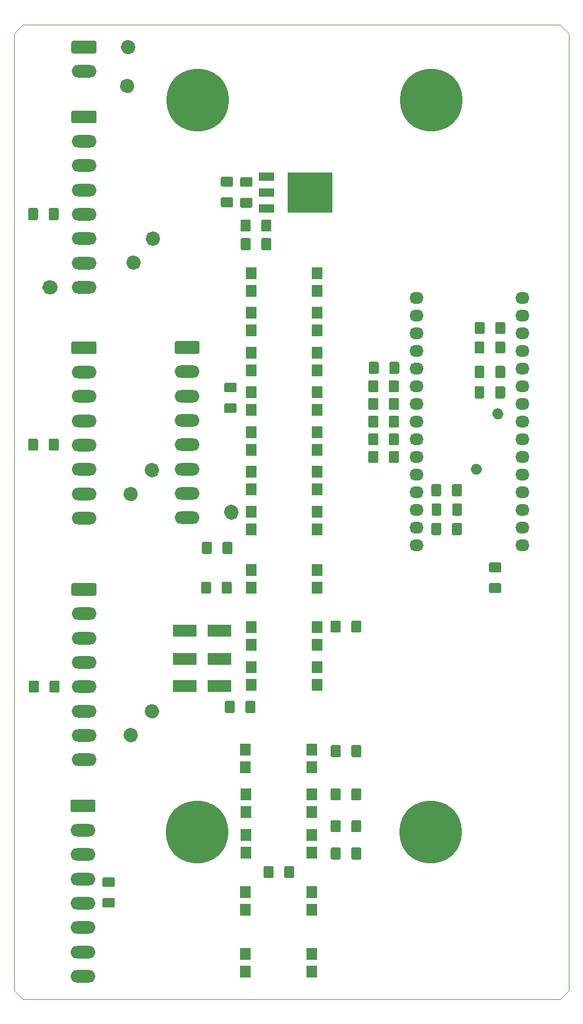
<source format=gbr>
G04 #@! TF.GenerationSoftware,KiCad,Pcbnew,(6.0.0-rc1-dev-347-gd8782b751)*
G04 #@! TF.CreationDate,2019-06-28T15:50:59+02:00*
G04 #@! TF.ProjectId,nano,6E616E6F2E6B696361645F7063620000,rev?*
G04 #@! TF.SameCoordinates,Original*
G04 #@! TF.FileFunction,Soldermask,Bot*
G04 #@! TF.FilePolarity,Negative*
%FSLAX46Y46*%
G04 Gerber Fmt 4.6, Leading zero omitted, Abs format (unit mm)*
G04 Created by KiCad (PCBNEW (6.0.0-rc1-dev-347-gd8782b751)) date 06/28/19 15:50:59*
%MOMM*%
%LPD*%
G01*
G04 APERTURE LIST*
%ADD10C,1.000000*%
%ADD11C,1.100000*%
%ADD12C,0.100000*%
%ADD13O,3.600000X1.800000*%
%ADD14C,1.800000*%
%ADD15C,1.425000*%
%ADD16R,1.500000X1.780000*%
%ADD17R,3.500000X1.800000*%
%ADD18C,9.000000*%
%ADD19R,6.400000X5.800000*%
%ADD20R,2.200000X1.200000*%
%ADD21O,2.032000X1.727200*%
%ADD22C,2.000000*%
%ADD23C,1.500000*%
G04 APERTURE END LIST*
D10*
X151430000Y-87930000D02*
G75*
G03X151430000Y-87930000I-300000J0D01*
G01*
X148336000Y-95885000D02*
G75*
G03X148336000Y-95885000I-300000J0D01*
G01*
D11*
X101854000Y-130683000D02*
G75*
G03X101854000Y-130683000I-500000J0D01*
G01*
X98290000Y-40767000D02*
G75*
G03X98290000Y-40767000I-500000J0D01*
G01*
X101973000Y-62738000D02*
G75*
G03X101973000Y-62738000I-500000J0D01*
G01*
X98798000Y-99441000D02*
G75*
G03X98798000Y-99441000I-500000J0D01*
G01*
X101846000Y-96012000D02*
G75*
G03X101846000Y-96012000I-500000J0D01*
G01*
X98417000Y-35179000D02*
G75*
G03X98417000Y-35179000I-500000J0D01*
G01*
X113276000Y-102108000D02*
G75*
G03X113276000Y-102108000I-500000J0D01*
G01*
X99187000Y-66167000D02*
G75*
G03X99187000Y-66167000I-500000J0D01*
G01*
X98798000Y-134112000D02*
G75*
G03X98798000Y-134112000I-500000J0D01*
G01*
X87114000Y-69723000D02*
G75*
G03X87114000Y-69723000I-500000J0D01*
G01*
D12*
X82804000Y-172085000D02*
X81534000Y-170815000D01*
X82804000Y-32004000D02*
X81534000Y-33274000D01*
X161353500Y-170815000D02*
X160083500Y-172085000D01*
X161353500Y-33210500D02*
X160083500Y-31940500D01*
X110746885Y-148021384D02*
G75*
G03X110746885Y-148021384I-2796885J0D01*
G01*
X144208500Y-148018500D02*
G75*
G03X144208500Y-148018500I-2794000J0D01*
G01*
X110692022Y-42874021D02*
G75*
G03X110692022Y-42874021I-2805522J0D01*
G01*
X144030668Y-42875168D02*
G75*
G03X144030668Y-42875168I-2552668J0D01*
G01*
X81534000Y-170815000D02*
X81534000Y-33274000D01*
X160083500Y-172085000D02*
X82804000Y-172085000D01*
X161353500Y-33210500D02*
X161353500Y-170815000D01*
X82804000Y-32004000D02*
X160083500Y-31940500D01*
D13*
G04 #@! TO.C,SIGNAL_SOCKET1*
X91440000Y-168772000D03*
X91440000Y-165272000D03*
X91440000Y-161772000D03*
X91440000Y-158272000D03*
X91440000Y-154772000D03*
X91440000Y-151272000D03*
X91440000Y-147772000D03*
D12*
G36*
X93014504Y-143373204D02*
X93038773Y-143376804D01*
X93062571Y-143382765D01*
X93085671Y-143391030D01*
X93107849Y-143401520D01*
X93128893Y-143414133D01*
X93148598Y-143428747D01*
X93166777Y-143445223D01*
X93183253Y-143463402D01*
X93197867Y-143483107D01*
X93210480Y-143504151D01*
X93220970Y-143526329D01*
X93229235Y-143549429D01*
X93235196Y-143573227D01*
X93238796Y-143597496D01*
X93240000Y-143622000D01*
X93240000Y-144922000D01*
X93238796Y-144946504D01*
X93235196Y-144970773D01*
X93229235Y-144994571D01*
X93220970Y-145017671D01*
X93210480Y-145039849D01*
X93197867Y-145060893D01*
X93183253Y-145080598D01*
X93166777Y-145098777D01*
X93148598Y-145115253D01*
X93128893Y-145129867D01*
X93107849Y-145142480D01*
X93085671Y-145152970D01*
X93062571Y-145161235D01*
X93038773Y-145167196D01*
X93014504Y-145170796D01*
X92990000Y-145172000D01*
X89890000Y-145172000D01*
X89865496Y-145170796D01*
X89841227Y-145167196D01*
X89817429Y-145161235D01*
X89794329Y-145152970D01*
X89772151Y-145142480D01*
X89751107Y-145129867D01*
X89731402Y-145115253D01*
X89713223Y-145098777D01*
X89696747Y-145080598D01*
X89682133Y-145060893D01*
X89669520Y-145039849D01*
X89659030Y-145017671D01*
X89650765Y-144994571D01*
X89644804Y-144970773D01*
X89641204Y-144946504D01*
X89640000Y-144922000D01*
X89640000Y-143622000D01*
X89641204Y-143597496D01*
X89644804Y-143573227D01*
X89650765Y-143549429D01*
X89659030Y-143526329D01*
X89669520Y-143504151D01*
X89682133Y-143483107D01*
X89696747Y-143463402D01*
X89713223Y-143445223D01*
X89731402Y-143428747D01*
X89751107Y-143414133D01*
X89772151Y-143401520D01*
X89794329Y-143391030D01*
X89817429Y-143382765D01*
X89841227Y-143376804D01*
X89865496Y-143373204D01*
X89890000Y-143372000D01*
X92990000Y-143372000D01*
X93014504Y-143373204D01*
X93014504Y-143373204D01*
G37*
D14*
X91440000Y-144272000D03*
G04 #@! TD*
D12*
G04 #@! TO.C,R27*
G36*
X95772504Y-154519204D02*
X95796773Y-154522804D01*
X95820571Y-154528765D01*
X95843671Y-154537030D01*
X95865849Y-154547520D01*
X95886893Y-154560133D01*
X95906598Y-154574747D01*
X95924777Y-154591223D01*
X95941253Y-154609402D01*
X95955867Y-154629107D01*
X95968480Y-154650151D01*
X95978970Y-154672329D01*
X95987235Y-154695429D01*
X95993196Y-154719227D01*
X95996796Y-154743496D01*
X95998000Y-154768000D01*
X95998000Y-155693000D01*
X95996796Y-155717504D01*
X95993196Y-155741773D01*
X95987235Y-155765571D01*
X95978970Y-155788671D01*
X95968480Y-155810849D01*
X95955867Y-155831893D01*
X95941253Y-155851598D01*
X95924777Y-155869777D01*
X95906598Y-155886253D01*
X95886893Y-155900867D01*
X95865849Y-155913480D01*
X95843671Y-155923970D01*
X95820571Y-155932235D01*
X95796773Y-155938196D01*
X95772504Y-155941796D01*
X95748000Y-155943000D01*
X94498000Y-155943000D01*
X94473496Y-155941796D01*
X94449227Y-155938196D01*
X94425429Y-155932235D01*
X94402329Y-155923970D01*
X94380151Y-155913480D01*
X94359107Y-155900867D01*
X94339402Y-155886253D01*
X94321223Y-155869777D01*
X94304747Y-155851598D01*
X94290133Y-155831893D01*
X94277520Y-155810849D01*
X94267030Y-155788671D01*
X94258765Y-155765571D01*
X94252804Y-155741773D01*
X94249204Y-155717504D01*
X94248000Y-155693000D01*
X94248000Y-154768000D01*
X94249204Y-154743496D01*
X94252804Y-154719227D01*
X94258765Y-154695429D01*
X94267030Y-154672329D01*
X94277520Y-154650151D01*
X94290133Y-154629107D01*
X94304747Y-154609402D01*
X94321223Y-154591223D01*
X94339402Y-154574747D01*
X94359107Y-154560133D01*
X94380151Y-154547520D01*
X94402329Y-154537030D01*
X94425429Y-154528765D01*
X94449227Y-154522804D01*
X94473496Y-154519204D01*
X94498000Y-154518000D01*
X95748000Y-154518000D01*
X95772504Y-154519204D01*
X95772504Y-154519204D01*
G37*
D15*
X95123000Y-155230500D03*
D12*
G36*
X95772504Y-157494204D02*
X95796773Y-157497804D01*
X95820571Y-157503765D01*
X95843671Y-157512030D01*
X95865849Y-157522520D01*
X95886893Y-157535133D01*
X95906598Y-157549747D01*
X95924777Y-157566223D01*
X95941253Y-157584402D01*
X95955867Y-157604107D01*
X95968480Y-157625151D01*
X95978970Y-157647329D01*
X95987235Y-157670429D01*
X95993196Y-157694227D01*
X95996796Y-157718496D01*
X95998000Y-157743000D01*
X95998000Y-158668000D01*
X95996796Y-158692504D01*
X95993196Y-158716773D01*
X95987235Y-158740571D01*
X95978970Y-158763671D01*
X95968480Y-158785849D01*
X95955867Y-158806893D01*
X95941253Y-158826598D01*
X95924777Y-158844777D01*
X95906598Y-158861253D01*
X95886893Y-158875867D01*
X95865849Y-158888480D01*
X95843671Y-158898970D01*
X95820571Y-158907235D01*
X95796773Y-158913196D01*
X95772504Y-158916796D01*
X95748000Y-158918000D01*
X94498000Y-158918000D01*
X94473496Y-158916796D01*
X94449227Y-158913196D01*
X94425429Y-158907235D01*
X94402329Y-158898970D01*
X94380151Y-158888480D01*
X94359107Y-158875867D01*
X94339402Y-158861253D01*
X94321223Y-158844777D01*
X94304747Y-158826598D01*
X94290133Y-158806893D01*
X94277520Y-158785849D01*
X94267030Y-158763671D01*
X94258765Y-158740571D01*
X94252804Y-158716773D01*
X94249204Y-158692504D01*
X94248000Y-158668000D01*
X94248000Y-157743000D01*
X94249204Y-157718496D01*
X94252804Y-157694227D01*
X94258765Y-157670429D01*
X94267030Y-157647329D01*
X94277520Y-157625151D01*
X94290133Y-157604107D01*
X94304747Y-157584402D01*
X94321223Y-157566223D01*
X94339402Y-157549747D01*
X94359107Y-157535133D01*
X94380151Y-157522520D01*
X94402329Y-157512030D01*
X94425429Y-157503765D01*
X94449227Y-157497804D01*
X94473496Y-157494204D01*
X94498000Y-157493000D01*
X95748000Y-157493000D01*
X95772504Y-157494204D01*
X95772504Y-157494204D01*
G37*
D15*
X95123000Y-158205500D03*
G04 #@! TD*
D12*
G04 #@! TO.C,C6*
G36*
X151952965Y-77485204D02*
X151977234Y-77488804D01*
X152001032Y-77494765D01*
X152024132Y-77503030D01*
X152046310Y-77513520D01*
X152067354Y-77526133D01*
X152087059Y-77540747D01*
X152105238Y-77557223D01*
X152121714Y-77575402D01*
X152136328Y-77595107D01*
X152148941Y-77616151D01*
X152159431Y-77638329D01*
X152167696Y-77661429D01*
X152173657Y-77685227D01*
X152177257Y-77709496D01*
X152178461Y-77734000D01*
X152178461Y-78984000D01*
X152177257Y-79008504D01*
X152173657Y-79032773D01*
X152167696Y-79056571D01*
X152159431Y-79079671D01*
X152148941Y-79101849D01*
X152136328Y-79122893D01*
X152121714Y-79142598D01*
X152105238Y-79160777D01*
X152087059Y-79177253D01*
X152067354Y-79191867D01*
X152046310Y-79204480D01*
X152024132Y-79214970D01*
X152001032Y-79223235D01*
X151977234Y-79229196D01*
X151952965Y-79232796D01*
X151928461Y-79234000D01*
X151003461Y-79234000D01*
X150978957Y-79232796D01*
X150954688Y-79229196D01*
X150930890Y-79223235D01*
X150907790Y-79214970D01*
X150885612Y-79204480D01*
X150864568Y-79191867D01*
X150844863Y-79177253D01*
X150826684Y-79160777D01*
X150810208Y-79142598D01*
X150795594Y-79122893D01*
X150782981Y-79101849D01*
X150772491Y-79079671D01*
X150764226Y-79056571D01*
X150758265Y-79032773D01*
X150754665Y-79008504D01*
X150753461Y-78984000D01*
X150753461Y-77734000D01*
X150754665Y-77709496D01*
X150758265Y-77685227D01*
X150764226Y-77661429D01*
X150772491Y-77638329D01*
X150782981Y-77616151D01*
X150795594Y-77595107D01*
X150810208Y-77575402D01*
X150826684Y-77557223D01*
X150844863Y-77540747D01*
X150864568Y-77526133D01*
X150885612Y-77513520D01*
X150907790Y-77503030D01*
X150930890Y-77494765D01*
X150954688Y-77488804D01*
X150978957Y-77485204D01*
X151003461Y-77484000D01*
X151928461Y-77484000D01*
X151952965Y-77485204D01*
X151952965Y-77485204D01*
G37*
D15*
X151465961Y-78359000D03*
D12*
G36*
X148977965Y-77485204D02*
X149002234Y-77488804D01*
X149026032Y-77494765D01*
X149049132Y-77503030D01*
X149071310Y-77513520D01*
X149092354Y-77526133D01*
X149112059Y-77540747D01*
X149130238Y-77557223D01*
X149146714Y-77575402D01*
X149161328Y-77595107D01*
X149173941Y-77616151D01*
X149184431Y-77638329D01*
X149192696Y-77661429D01*
X149198657Y-77685227D01*
X149202257Y-77709496D01*
X149203461Y-77734000D01*
X149203461Y-78984000D01*
X149202257Y-79008504D01*
X149198657Y-79032773D01*
X149192696Y-79056571D01*
X149184431Y-79079671D01*
X149173941Y-79101849D01*
X149161328Y-79122893D01*
X149146714Y-79142598D01*
X149130238Y-79160777D01*
X149112059Y-79177253D01*
X149092354Y-79191867D01*
X149071310Y-79204480D01*
X149049132Y-79214970D01*
X149026032Y-79223235D01*
X149002234Y-79229196D01*
X148977965Y-79232796D01*
X148953461Y-79234000D01*
X148028461Y-79234000D01*
X148003957Y-79232796D01*
X147979688Y-79229196D01*
X147955890Y-79223235D01*
X147932790Y-79214970D01*
X147910612Y-79204480D01*
X147889568Y-79191867D01*
X147869863Y-79177253D01*
X147851684Y-79160777D01*
X147835208Y-79142598D01*
X147820594Y-79122893D01*
X147807981Y-79101849D01*
X147797491Y-79079671D01*
X147789226Y-79056571D01*
X147783265Y-79032773D01*
X147779665Y-79008504D01*
X147778461Y-78984000D01*
X147778461Y-77734000D01*
X147779665Y-77709496D01*
X147783265Y-77685227D01*
X147789226Y-77661429D01*
X147797491Y-77638329D01*
X147807981Y-77616151D01*
X147820594Y-77595107D01*
X147835208Y-77575402D01*
X147851684Y-77557223D01*
X147869863Y-77540747D01*
X147889568Y-77526133D01*
X147910612Y-77513520D01*
X147932790Y-77503030D01*
X147955890Y-77494765D01*
X147979688Y-77488804D01*
X148003957Y-77485204D01*
X148028461Y-77484000D01*
X148953461Y-77484000D01*
X148977965Y-77485204D01*
X148977965Y-77485204D01*
G37*
D15*
X148490961Y-78359000D03*
G04 #@! TD*
D12*
G04 #@! TO.C,C5*
G36*
X112790504Y-56783204D02*
X112814773Y-56786804D01*
X112838571Y-56792765D01*
X112861671Y-56801030D01*
X112883849Y-56811520D01*
X112904893Y-56824133D01*
X112924598Y-56838747D01*
X112942777Y-56855223D01*
X112959253Y-56873402D01*
X112973867Y-56893107D01*
X112986480Y-56914151D01*
X112996970Y-56936329D01*
X113005235Y-56959429D01*
X113011196Y-56983227D01*
X113014796Y-57007496D01*
X113016000Y-57032000D01*
X113016000Y-57957000D01*
X113014796Y-57981504D01*
X113011196Y-58005773D01*
X113005235Y-58029571D01*
X112996970Y-58052671D01*
X112986480Y-58074849D01*
X112973867Y-58095893D01*
X112959253Y-58115598D01*
X112942777Y-58133777D01*
X112924598Y-58150253D01*
X112904893Y-58164867D01*
X112883849Y-58177480D01*
X112861671Y-58187970D01*
X112838571Y-58196235D01*
X112814773Y-58202196D01*
X112790504Y-58205796D01*
X112766000Y-58207000D01*
X111516000Y-58207000D01*
X111491496Y-58205796D01*
X111467227Y-58202196D01*
X111443429Y-58196235D01*
X111420329Y-58187970D01*
X111398151Y-58177480D01*
X111377107Y-58164867D01*
X111357402Y-58150253D01*
X111339223Y-58133777D01*
X111322747Y-58115598D01*
X111308133Y-58095893D01*
X111295520Y-58074849D01*
X111285030Y-58052671D01*
X111276765Y-58029571D01*
X111270804Y-58005773D01*
X111267204Y-57981504D01*
X111266000Y-57957000D01*
X111266000Y-57032000D01*
X111267204Y-57007496D01*
X111270804Y-56983227D01*
X111276765Y-56959429D01*
X111285030Y-56936329D01*
X111295520Y-56914151D01*
X111308133Y-56893107D01*
X111322747Y-56873402D01*
X111339223Y-56855223D01*
X111357402Y-56838747D01*
X111377107Y-56824133D01*
X111398151Y-56811520D01*
X111420329Y-56801030D01*
X111443429Y-56792765D01*
X111467227Y-56786804D01*
X111491496Y-56783204D01*
X111516000Y-56782000D01*
X112766000Y-56782000D01*
X112790504Y-56783204D01*
X112790504Y-56783204D01*
G37*
D15*
X112141000Y-57494500D03*
D12*
G36*
X112790504Y-53808204D02*
X112814773Y-53811804D01*
X112838571Y-53817765D01*
X112861671Y-53826030D01*
X112883849Y-53836520D01*
X112904893Y-53849133D01*
X112924598Y-53863747D01*
X112942777Y-53880223D01*
X112959253Y-53898402D01*
X112973867Y-53918107D01*
X112986480Y-53939151D01*
X112996970Y-53961329D01*
X113005235Y-53984429D01*
X113011196Y-54008227D01*
X113014796Y-54032496D01*
X113016000Y-54057000D01*
X113016000Y-54982000D01*
X113014796Y-55006504D01*
X113011196Y-55030773D01*
X113005235Y-55054571D01*
X112996970Y-55077671D01*
X112986480Y-55099849D01*
X112973867Y-55120893D01*
X112959253Y-55140598D01*
X112942777Y-55158777D01*
X112924598Y-55175253D01*
X112904893Y-55189867D01*
X112883849Y-55202480D01*
X112861671Y-55212970D01*
X112838571Y-55221235D01*
X112814773Y-55227196D01*
X112790504Y-55230796D01*
X112766000Y-55232000D01*
X111516000Y-55232000D01*
X111491496Y-55230796D01*
X111467227Y-55227196D01*
X111443429Y-55221235D01*
X111420329Y-55212970D01*
X111398151Y-55202480D01*
X111377107Y-55189867D01*
X111357402Y-55175253D01*
X111339223Y-55158777D01*
X111322747Y-55140598D01*
X111308133Y-55120893D01*
X111295520Y-55099849D01*
X111285030Y-55077671D01*
X111276765Y-55054571D01*
X111270804Y-55030773D01*
X111267204Y-55006504D01*
X111266000Y-54982000D01*
X111266000Y-54057000D01*
X111267204Y-54032496D01*
X111270804Y-54008227D01*
X111276765Y-53984429D01*
X111285030Y-53961329D01*
X111295520Y-53939151D01*
X111308133Y-53918107D01*
X111322747Y-53898402D01*
X111339223Y-53880223D01*
X111357402Y-53863747D01*
X111377107Y-53849133D01*
X111398151Y-53836520D01*
X111420329Y-53826030D01*
X111443429Y-53817765D01*
X111467227Y-53811804D01*
X111491496Y-53808204D01*
X111516000Y-53807000D01*
X112766000Y-53807000D01*
X112790504Y-53808204D01*
X112790504Y-53808204D01*
G37*
D15*
X112141000Y-54519500D03*
G04 #@! TD*
D12*
G04 #@! TO.C,R26*
G36*
X148977965Y-83942409D02*
X149002234Y-83946009D01*
X149026032Y-83951970D01*
X149049132Y-83960235D01*
X149071310Y-83970725D01*
X149092354Y-83983338D01*
X149112059Y-83997952D01*
X149130238Y-84014428D01*
X149146714Y-84032607D01*
X149161328Y-84052312D01*
X149173941Y-84073356D01*
X149184431Y-84095534D01*
X149192696Y-84118634D01*
X149198657Y-84142432D01*
X149202257Y-84166701D01*
X149203461Y-84191205D01*
X149203461Y-85441205D01*
X149202257Y-85465709D01*
X149198657Y-85489978D01*
X149192696Y-85513776D01*
X149184431Y-85536876D01*
X149173941Y-85559054D01*
X149161328Y-85580098D01*
X149146714Y-85599803D01*
X149130238Y-85617982D01*
X149112059Y-85634458D01*
X149092354Y-85649072D01*
X149071310Y-85661685D01*
X149049132Y-85672175D01*
X149026032Y-85680440D01*
X149002234Y-85686401D01*
X148977965Y-85690001D01*
X148953461Y-85691205D01*
X148028461Y-85691205D01*
X148003957Y-85690001D01*
X147979688Y-85686401D01*
X147955890Y-85680440D01*
X147932790Y-85672175D01*
X147910612Y-85661685D01*
X147889568Y-85649072D01*
X147869863Y-85634458D01*
X147851684Y-85617982D01*
X147835208Y-85599803D01*
X147820594Y-85580098D01*
X147807981Y-85559054D01*
X147797491Y-85536876D01*
X147789226Y-85513776D01*
X147783265Y-85489978D01*
X147779665Y-85465709D01*
X147778461Y-85441205D01*
X147778461Y-84191205D01*
X147779665Y-84166701D01*
X147783265Y-84142432D01*
X147789226Y-84118634D01*
X147797491Y-84095534D01*
X147807981Y-84073356D01*
X147820594Y-84052312D01*
X147835208Y-84032607D01*
X147851684Y-84014428D01*
X147869863Y-83997952D01*
X147889568Y-83983338D01*
X147910612Y-83970725D01*
X147932790Y-83960235D01*
X147955890Y-83951970D01*
X147979688Y-83946009D01*
X148003957Y-83942409D01*
X148028461Y-83941205D01*
X148953461Y-83941205D01*
X148977965Y-83942409D01*
X148977965Y-83942409D01*
G37*
D15*
X148490961Y-84816205D03*
D12*
G36*
X151952965Y-83942409D02*
X151977234Y-83946009D01*
X152001032Y-83951970D01*
X152024132Y-83960235D01*
X152046310Y-83970725D01*
X152067354Y-83983338D01*
X152087059Y-83997952D01*
X152105238Y-84014428D01*
X152121714Y-84032607D01*
X152136328Y-84052312D01*
X152148941Y-84073356D01*
X152159431Y-84095534D01*
X152167696Y-84118634D01*
X152173657Y-84142432D01*
X152177257Y-84166701D01*
X152178461Y-84191205D01*
X152178461Y-85441205D01*
X152177257Y-85465709D01*
X152173657Y-85489978D01*
X152167696Y-85513776D01*
X152159431Y-85536876D01*
X152148941Y-85559054D01*
X152136328Y-85580098D01*
X152121714Y-85599803D01*
X152105238Y-85617982D01*
X152087059Y-85634458D01*
X152067354Y-85649072D01*
X152046310Y-85661685D01*
X152024132Y-85672175D01*
X152001032Y-85680440D01*
X151977234Y-85686401D01*
X151952965Y-85690001D01*
X151928461Y-85691205D01*
X151003461Y-85691205D01*
X150978957Y-85690001D01*
X150954688Y-85686401D01*
X150930890Y-85680440D01*
X150907790Y-85672175D01*
X150885612Y-85661685D01*
X150864568Y-85649072D01*
X150844863Y-85634458D01*
X150826684Y-85617982D01*
X150810208Y-85599803D01*
X150795594Y-85580098D01*
X150782981Y-85559054D01*
X150772491Y-85536876D01*
X150764226Y-85513776D01*
X150758265Y-85489978D01*
X150754665Y-85465709D01*
X150753461Y-85441205D01*
X150753461Y-84191205D01*
X150754665Y-84166701D01*
X150758265Y-84142432D01*
X150764226Y-84118634D01*
X150772491Y-84095534D01*
X150782981Y-84073356D01*
X150795594Y-84052312D01*
X150810208Y-84032607D01*
X150826684Y-84014428D01*
X150844863Y-83997952D01*
X150864568Y-83983338D01*
X150885612Y-83970725D01*
X150907790Y-83960235D01*
X150930890Y-83951970D01*
X150954688Y-83946009D01*
X150978957Y-83942409D01*
X151003461Y-83941205D01*
X151928461Y-83941205D01*
X151952965Y-83942409D01*
X151952965Y-83942409D01*
G37*
D15*
X151465961Y-84816205D03*
G04 #@! TD*
D12*
G04 #@! TO.C,R25*
G36*
X142763504Y-103583704D02*
X142787773Y-103587304D01*
X142811571Y-103593265D01*
X142834671Y-103601530D01*
X142856849Y-103612020D01*
X142877893Y-103624633D01*
X142897598Y-103639247D01*
X142915777Y-103655723D01*
X142932253Y-103673902D01*
X142946867Y-103693607D01*
X142959480Y-103714651D01*
X142969970Y-103736829D01*
X142978235Y-103759929D01*
X142984196Y-103783727D01*
X142987796Y-103807996D01*
X142989000Y-103832500D01*
X142989000Y-105082500D01*
X142987796Y-105107004D01*
X142984196Y-105131273D01*
X142978235Y-105155071D01*
X142969970Y-105178171D01*
X142959480Y-105200349D01*
X142946867Y-105221393D01*
X142932253Y-105241098D01*
X142915777Y-105259277D01*
X142897598Y-105275753D01*
X142877893Y-105290367D01*
X142856849Y-105302980D01*
X142834671Y-105313470D01*
X142811571Y-105321735D01*
X142787773Y-105327696D01*
X142763504Y-105331296D01*
X142739000Y-105332500D01*
X141814000Y-105332500D01*
X141789496Y-105331296D01*
X141765227Y-105327696D01*
X141741429Y-105321735D01*
X141718329Y-105313470D01*
X141696151Y-105302980D01*
X141675107Y-105290367D01*
X141655402Y-105275753D01*
X141637223Y-105259277D01*
X141620747Y-105241098D01*
X141606133Y-105221393D01*
X141593520Y-105200349D01*
X141583030Y-105178171D01*
X141574765Y-105155071D01*
X141568804Y-105131273D01*
X141565204Y-105107004D01*
X141564000Y-105082500D01*
X141564000Y-103832500D01*
X141565204Y-103807996D01*
X141568804Y-103783727D01*
X141574765Y-103759929D01*
X141583030Y-103736829D01*
X141593520Y-103714651D01*
X141606133Y-103693607D01*
X141620747Y-103673902D01*
X141637223Y-103655723D01*
X141655402Y-103639247D01*
X141675107Y-103624633D01*
X141696151Y-103612020D01*
X141718329Y-103601530D01*
X141741429Y-103593265D01*
X141765227Y-103587304D01*
X141789496Y-103583704D01*
X141814000Y-103582500D01*
X142739000Y-103582500D01*
X142763504Y-103583704D01*
X142763504Y-103583704D01*
G37*
D15*
X142276500Y-104457500D03*
D12*
G36*
X145738504Y-103583704D02*
X145762773Y-103587304D01*
X145786571Y-103593265D01*
X145809671Y-103601530D01*
X145831849Y-103612020D01*
X145852893Y-103624633D01*
X145872598Y-103639247D01*
X145890777Y-103655723D01*
X145907253Y-103673902D01*
X145921867Y-103693607D01*
X145934480Y-103714651D01*
X145944970Y-103736829D01*
X145953235Y-103759929D01*
X145959196Y-103783727D01*
X145962796Y-103807996D01*
X145964000Y-103832500D01*
X145964000Y-105082500D01*
X145962796Y-105107004D01*
X145959196Y-105131273D01*
X145953235Y-105155071D01*
X145944970Y-105178171D01*
X145934480Y-105200349D01*
X145921867Y-105221393D01*
X145907253Y-105241098D01*
X145890777Y-105259277D01*
X145872598Y-105275753D01*
X145852893Y-105290367D01*
X145831849Y-105302980D01*
X145809671Y-105313470D01*
X145786571Y-105321735D01*
X145762773Y-105327696D01*
X145738504Y-105331296D01*
X145714000Y-105332500D01*
X144789000Y-105332500D01*
X144764496Y-105331296D01*
X144740227Y-105327696D01*
X144716429Y-105321735D01*
X144693329Y-105313470D01*
X144671151Y-105302980D01*
X144650107Y-105290367D01*
X144630402Y-105275753D01*
X144612223Y-105259277D01*
X144595747Y-105241098D01*
X144581133Y-105221393D01*
X144568520Y-105200349D01*
X144558030Y-105178171D01*
X144549765Y-105155071D01*
X144543804Y-105131273D01*
X144540204Y-105107004D01*
X144539000Y-105082500D01*
X144539000Y-103832500D01*
X144540204Y-103807996D01*
X144543804Y-103783727D01*
X144549765Y-103759929D01*
X144558030Y-103736829D01*
X144568520Y-103714651D01*
X144581133Y-103693607D01*
X144595747Y-103673902D01*
X144612223Y-103655723D01*
X144630402Y-103639247D01*
X144650107Y-103624633D01*
X144671151Y-103612020D01*
X144693329Y-103601530D01*
X144716429Y-103593265D01*
X144740227Y-103587304D01*
X144764496Y-103583704D01*
X144789000Y-103582500D01*
X145714000Y-103582500D01*
X145738504Y-103583704D01*
X145738504Y-103583704D01*
G37*
D15*
X145251500Y-104457500D03*
G04 #@! TD*
D12*
G04 #@! TO.C,R24*
G36*
X142790504Y-100789704D02*
X142814773Y-100793304D01*
X142838571Y-100799265D01*
X142861671Y-100807530D01*
X142883849Y-100818020D01*
X142904893Y-100830633D01*
X142924598Y-100845247D01*
X142942777Y-100861723D01*
X142959253Y-100879902D01*
X142973867Y-100899607D01*
X142986480Y-100920651D01*
X142996970Y-100942829D01*
X143005235Y-100965929D01*
X143011196Y-100989727D01*
X143014796Y-101013996D01*
X143016000Y-101038500D01*
X143016000Y-102288500D01*
X143014796Y-102313004D01*
X143011196Y-102337273D01*
X143005235Y-102361071D01*
X142996970Y-102384171D01*
X142986480Y-102406349D01*
X142973867Y-102427393D01*
X142959253Y-102447098D01*
X142942777Y-102465277D01*
X142924598Y-102481753D01*
X142904893Y-102496367D01*
X142883849Y-102508980D01*
X142861671Y-102519470D01*
X142838571Y-102527735D01*
X142814773Y-102533696D01*
X142790504Y-102537296D01*
X142766000Y-102538500D01*
X141841000Y-102538500D01*
X141816496Y-102537296D01*
X141792227Y-102533696D01*
X141768429Y-102527735D01*
X141745329Y-102519470D01*
X141723151Y-102508980D01*
X141702107Y-102496367D01*
X141682402Y-102481753D01*
X141664223Y-102465277D01*
X141647747Y-102447098D01*
X141633133Y-102427393D01*
X141620520Y-102406349D01*
X141610030Y-102384171D01*
X141601765Y-102361071D01*
X141595804Y-102337273D01*
X141592204Y-102313004D01*
X141591000Y-102288500D01*
X141591000Y-101038500D01*
X141592204Y-101013996D01*
X141595804Y-100989727D01*
X141601765Y-100965929D01*
X141610030Y-100942829D01*
X141620520Y-100920651D01*
X141633133Y-100899607D01*
X141647747Y-100879902D01*
X141664223Y-100861723D01*
X141682402Y-100845247D01*
X141702107Y-100830633D01*
X141723151Y-100818020D01*
X141745329Y-100807530D01*
X141768429Y-100799265D01*
X141792227Y-100793304D01*
X141816496Y-100789704D01*
X141841000Y-100788500D01*
X142766000Y-100788500D01*
X142790504Y-100789704D01*
X142790504Y-100789704D01*
G37*
D15*
X142303500Y-101663500D03*
D12*
G36*
X145765504Y-100789704D02*
X145789773Y-100793304D01*
X145813571Y-100799265D01*
X145836671Y-100807530D01*
X145858849Y-100818020D01*
X145879893Y-100830633D01*
X145899598Y-100845247D01*
X145917777Y-100861723D01*
X145934253Y-100879902D01*
X145948867Y-100899607D01*
X145961480Y-100920651D01*
X145971970Y-100942829D01*
X145980235Y-100965929D01*
X145986196Y-100989727D01*
X145989796Y-101013996D01*
X145991000Y-101038500D01*
X145991000Y-102288500D01*
X145989796Y-102313004D01*
X145986196Y-102337273D01*
X145980235Y-102361071D01*
X145971970Y-102384171D01*
X145961480Y-102406349D01*
X145948867Y-102427393D01*
X145934253Y-102447098D01*
X145917777Y-102465277D01*
X145899598Y-102481753D01*
X145879893Y-102496367D01*
X145858849Y-102508980D01*
X145836671Y-102519470D01*
X145813571Y-102527735D01*
X145789773Y-102533696D01*
X145765504Y-102537296D01*
X145741000Y-102538500D01*
X144816000Y-102538500D01*
X144791496Y-102537296D01*
X144767227Y-102533696D01*
X144743429Y-102527735D01*
X144720329Y-102519470D01*
X144698151Y-102508980D01*
X144677107Y-102496367D01*
X144657402Y-102481753D01*
X144639223Y-102465277D01*
X144622747Y-102447098D01*
X144608133Y-102427393D01*
X144595520Y-102406349D01*
X144585030Y-102384171D01*
X144576765Y-102361071D01*
X144570804Y-102337273D01*
X144567204Y-102313004D01*
X144566000Y-102288500D01*
X144566000Y-101038500D01*
X144567204Y-101013996D01*
X144570804Y-100989727D01*
X144576765Y-100965929D01*
X144585030Y-100942829D01*
X144595520Y-100920651D01*
X144608133Y-100899607D01*
X144622747Y-100879902D01*
X144639223Y-100861723D01*
X144657402Y-100845247D01*
X144677107Y-100830633D01*
X144698151Y-100818020D01*
X144720329Y-100807530D01*
X144743429Y-100799265D01*
X144767227Y-100793304D01*
X144791496Y-100789704D01*
X144816000Y-100788500D01*
X145741000Y-100788500D01*
X145765504Y-100789704D01*
X145765504Y-100789704D01*
G37*
D15*
X145278500Y-101663500D03*
G04 #@! TD*
D12*
G04 #@! TO.C,R23*
G36*
X142763504Y-97995704D02*
X142787773Y-97999304D01*
X142811571Y-98005265D01*
X142834671Y-98013530D01*
X142856849Y-98024020D01*
X142877893Y-98036633D01*
X142897598Y-98051247D01*
X142915777Y-98067723D01*
X142932253Y-98085902D01*
X142946867Y-98105607D01*
X142959480Y-98126651D01*
X142969970Y-98148829D01*
X142978235Y-98171929D01*
X142984196Y-98195727D01*
X142987796Y-98219996D01*
X142989000Y-98244500D01*
X142989000Y-99494500D01*
X142987796Y-99519004D01*
X142984196Y-99543273D01*
X142978235Y-99567071D01*
X142969970Y-99590171D01*
X142959480Y-99612349D01*
X142946867Y-99633393D01*
X142932253Y-99653098D01*
X142915777Y-99671277D01*
X142897598Y-99687753D01*
X142877893Y-99702367D01*
X142856849Y-99714980D01*
X142834671Y-99725470D01*
X142811571Y-99733735D01*
X142787773Y-99739696D01*
X142763504Y-99743296D01*
X142739000Y-99744500D01*
X141814000Y-99744500D01*
X141789496Y-99743296D01*
X141765227Y-99739696D01*
X141741429Y-99733735D01*
X141718329Y-99725470D01*
X141696151Y-99714980D01*
X141675107Y-99702367D01*
X141655402Y-99687753D01*
X141637223Y-99671277D01*
X141620747Y-99653098D01*
X141606133Y-99633393D01*
X141593520Y-99612349D01*
X141583030Y-99590171D01*
X141574765Y-99567071D01*
X141568804Y-99543273D01*
X141565204Y-99519004D01*
X141564000Y-99494500D01*
X141564000Y-98244500D01*
X141565204Y-98219996D01*
X141568804Y-98195727D01*
X141574765Y-98171929D01*
X141583030Y-98148829D01*
X141593520Y-98126651D01*
X141606133Y-98105607D01*
X141620747Y-98085902D01*
X141637223Y-98067723D01*
X141655402Y-98051247D01*
X141675107Y-98036633D01*
X141696151Y-98024020D01*
X141718329Y-98013530D01*
X141741429Y-98005265D01*
X141765227Y-97999304D01*
X141789496Y-97995704D01*
X141814000Y-97994500D01*
X142739000Y-97994500D01*
X142763504Y-97995704D01*
X142763504Y-97995704D01*
G37*
D15*
X142276500Y-98869500D03*
D12*
G36*
X145738504Y-97995704D02*
X145762773Y-97999304D01*
X145786571Y-98005265D01*
X145809671Y-98013530D01*
X145831849Y-98024020D01*
X145852893Y-98036633D01*
X145872598Y-98051247D01*
X145890777Y-98067723D01*
X145907253Y-98085902D01*
X145921867Y-98105607D01*
X145934480Y-98126651D01*
X145944970Y-98148829D01*
X145953235Y-98171929D01*
X145959196Y-98195727D01*
X145962796Y-98219996D01*
X145964000Y-98244500D01*
X145964000Y-99494500D01*
X145962796Y-99519004D01*
X145959196Y-99543273D01*
X145953235Y-99567071D01*
X145944970Y-99590171D01*
X145934480Y-99612349D01*
X145921867Y-99633393D01*
X145907253Y-99653098D01*
X145890777Y-99671277D01*
X145872598Y-99687753D01*
X145852893Y-99702367D01*
X145831849Y-99714980D01*
X145809671Y-99725470D01*
X145786571Y-99733735D01*
X145762773Y-99739696D01*
X145738504Y-99743296D01*
X145714000Y-99744500D01*
X144789000Y-99744500D01*
X144764496Y-99743296D01*
X144740227Y-99739696D01*
X144716429Y-99733735D01*
X144693329Y-99725470D01*
X144671151Y-99714980D01*
X144650107Y-99702367D01*
X144630402Y-99687753D01*
X144612223Y-99671277D01*
X144595747Y-99653098D01*
X144581133Y-99633393D01*
X144568520Y-99612349D01*
X144558030Y-99590171D01*
X144549765Y-99567071D01*
X144543804Y-99543273D01*
X144540204Y-99519004D01*
X144539000Y-99494500D01*
X144539000Y-98244500D01*
X144540204Y-98219996D01*
X144543804Y-98195727D01*
X144549765Y-98171929D01*
X144558030Y-98148829D01*
X144568520Y-98126651D01*
X144581133Y-98105607D01*
X144595747Y-98085902D01*
X144612223Y-98067723D01*
X144630402Y-98051247D01*
X144650107Y-98036633D01*
X144671151Y-98024020D01*
X144693329Y-98013530D01*
X144716429Y-98005265D01*
X144740227Y-97999304D01*
X144764496Y-97995704D01*
X144789000Y-97994500D01*
X145714000Y-97994500D01*
X145738504Y-97995704D01*
X145738504Y-97995704D01*
G37*
D15*
X145251500Y-98869500D03*
G04 #@! TD*
D16*
G04 #@! TO.C,U16*
X114869000Y-148463000D03*
X124399000Y-151003000D03*
X114869000Y-151003000D03*
X124399000Y-148463000D03*
G04 #@! TD*
D12*
G04 #@! TO.C,R22*
G36*
X121608504Y-152923204D02*
X121632773Y-152926804D01*
X121656571Y-152932765D01*
X121679671Y-152941030D01*
X121701849Y-152951520D01*
X121722893Y-152964133D01*
X121742598Y-152978747D01*
X121760777Y-152995223D01*
X121777253Y-153013402D01*
X121791867Y-153033107D01*
X121804480Y-153054151D01*
X121814970Y-153076329D01*
X121823235Y-153099429D01*
X121829196Y-153123227D01*
X121832796Y-153147496D01*
X121834000Y-153172000D01*
X121834000Y-154422000D01*
X121832796Y-154446504D01*
X121829196Y-154470773D01*
X121823235Y-154494571D01*
X121814970Y-154517671D01*
X121804480Y-154539849D01*
X121791867Y-154560893D01*
X121777253Y-154580598D01*
X121760777Y-154598777D01*
X121742598Y-154615253D01*
X121722893Y-154629867D01*
X121701849Y-154642480D01*
X121679671Y-154652970D01*
X121656571Y-154661235D01*
X121632773Y-154667196D01*
X121608504Y-154670796D01*
X121584000Y-154672000D01*
X120659000Y-154672000D01*
X120634496Y-154670796D01*
X120610227Y-154667196D01*
X120586429Y-154661235D01*
X120563329Y-154652970D01*
X120541151Y-154642480D01*
X120520107Y-154629867D01*
X120500402Y-154615253D01*
X120482223Y-154598777D01*
X120465747Y-154580598D01*
X120451133Y-154560893D01*
X120438520Y-154539849D01*
X120428030Y-154517671D01*
X120419765Y-154494571D01*
X120413804Y-154470773D01*
X120410204Y-154446504D01*
X120409000Y-154422000D01*
X120409000Y-153172000D01*
X120410204Y-153147496D01*
X120413804Y-153123227D01*
X120419765Y-153099429D01*
X120428030Y-153076329D01*
X120438520Y-153054151D01*
X120451133Y-153033107D01*
X120465747Y-153013402D01*
X120482223Y-152995223D01*
X120500402Y-152978747D01*
X120520107Y-152964133D01*
X120541151Y-152951520D01*
X120563329Y-152941030D01*
X120586429Y-152932765D01*
X120610227Y-152926804D01*
X120634496Y-152923204D01*
X120659000Y-152922000D01*
X121584000Y-152922000D01*
X121608504Y-152923204D01*
X121608504Y-152923204D01*
G37*
D15*
X121121500Y-153797000D03*
D12*
G36*
X118633504Y-152923204D02*
X118657773Y-152926804D01*
X118681571Y-152932765D01*
X118704671Y-152941030D01*
X118726849Y-152951520D01*
X118747893Y-152964133D01*
X118767598Y-152978747D01*
X118785777Y-152995223D01*
X118802253Y-153013402D01*
X118816867Y-153033107D01*
X118829480Y-153054151D01*
X118839970Y-153076329D01*
X118848235Y-153099429D01*
X118854196Y-153123227D01*
X118857796Y-153147496D01*
X118859000Y-153172000D01*
X118859000Y-154422000D01*
X118857796Y-154446504D01*
X118854196Y-154470773D01*
X118848235Y-154494571D01*
X118839970Y-154517671D01*
X118829480Y-154539849D01*
X118816867Y-154560893D01*
X118802253Y-154580598D01*
X118785777Y-154598777D01*
X118767598Y-154615253D01*
X118747893Y-154629867D01*
X118726849Y-154642480D01*
X118704671Y-154652970D01*
X118681571Y-154661235D01*
X118657773Y-154667196D01*
X118633504Y-154670796D01*
X118609000Y-154672000D01*
X117684000Y-154672000D01*
X117659496Y-154670796D01*
X117635227Y-154667196D01*
X117611429Y-154661235D01*
X117588329Y-154652970D01*
X117566151Y-154642480D01*
X117545107Y-154629867D01*
X117525402Y-154615253D01*
X117507223Y-154598777D01*
X117490747Y-154580598D01*
X117476133Y-154560893D01*
X117463520Y-154539849D01*
X117453030Y-154517671D01*
X117444765Y-154494571D01*
X117438804Y-154470773D01*
X117435204Y-154446504D01*
X117434000Y-154422000D01*
X117434000Y-153172000D01*
X117435204Y-153147496D01*
X117438804Y-153123227D01*
X117444765Y-153099429D01*
X117453030Y-153076329D01*
X117463520Y-153054151D01*
X117476133Y-153033107D01*
X117490747Y-153013402D01*
X117507223Y-152995223D01*
X117525402Y-152978747D01*
X117545107Y-152964133D01*
X117566151Y-152951520D01*
X117588329Y-152941030D01*
X117611429Y-152932765D01*
X117635227Y-152926804D01*
X117659496Y-152923204D01*
X117684000Y-152922000D01*
X118609000Y-152922000D01*
X118633504Y-152923204D01*
X118633504Y-152923204D01*
G37*
D15*
X118146500Y-153797000D03*
G04 #@! TD*
D17*
G04 #@! TO.C,S1JA-13-F3*
X106071270Y-127028648D03*
X111071270Y-127028648D03*
G04 #@! TD*
G04 #@! TO.C,S1JA-13-F2*
X106071270Y-119067648D03*
X111071270Y-119067648D03*
G04 #@! TD*
D12*
G04 #@! TO.C,R21*
G36*
X151952965Y-81021409D02*
X151977234Y-81025009D01*
X152001032Y-81030970D01*
X152024132Y-81039235D01*
X152046310Y-81049725D01*
X152067354Y-81062338D01*
X152087059Y-81076952D01*
X152105238Y-81093428D01*
X152121714Y-81111607D01*
X152136328Y-81131312D01*
X152148941Y-81152356D01*
X152159431Y-81174534D01*
X152167696Y-81197634D01*
X152173657Y-81221432D01*
X152177257Y-81245701D01*
X152178461Y-81270205D01*
X152178461Y-82520205D01*
X152177257Y-82544709D01*
X152173657Y-82568978D01*
X152167696Y-82592776D01*
X152159431Y-82615876D01*
X152148941Y-82638054D01*
X152136328Y-82659098D01*
X152121714Y-82678803D01*
X152105238Y-82696982D01*
X152087059Y-82713458D01*
X152067354Y-82728072D01*
X152046310Y-82740685D01*
X152024132Y-82751175D01*
X152001032Y-82759440D01*
X151977234Y-82765401D01*
X151952965Y-82769001D01*
X151928461Y-82770205D01*
X151003461Y-82770205D01*
X150978957Y-82769001D01*
X150954688Y-82765401D01*
X150930890Y-82759440D01*
X150907790Y-82751175D01*
X150885612Y-82740685D01*
X150864568Y-82728072D01*
X150844863Y-82713458D01*
X150826684Y-82696982D01*
X150810208Y-82678803D01*
X150795594Y-82659098D01*
X150782981Y-82638054D01*
X150772491Y-82615876D01*
X150764226Y-82592776D01*
X150758265Y-82568978D01*
X150754665Y-82544709D01*
X150753461Y-82520205D01*
X150753461Y-81270205D01*
X150754665Y-81245701D01*
X150758265Y-81221432D01*
X150764226Y-81197634D01*
X150772491Y-81174534D01*
X150782981Y-81152356D01*
X150795594Y-81131312D01*
X150810208Y-81111607D01*
X150826684Y-81093428D01*
X150844863Y-81076952D01*
X150864568Y-81062338D01*
X150885612Y-81049725D01*
X150907790Y-81039235D01*
X150930890Y-81030970D01*
X150954688Y-81025009D01*
X150978957Y-81021409D01*
X151003461Y-81020205D01*
X151928461Y-81020205D01*
X151952965Y-81021409D01*
X151952965Y-81021409D01*
G37*
D15*
X151465961Y-81895205D03*
D12*
G36*
X148977965Y-81021409D02*
X149002234Y-81025009D01*
X149026032Y-81030970D01*
X149049132Y-81039235D01*
X149071310Y-81049725D01*
X149092354Y-81062338D01*
X149112059Y-81076952D01*
X149130238Y-81093428D01*
X149146714Y-81111607D01*
X149161328Y-81131312D01*
X149173941Y-81152356D01*
X149184431Y-81174534D01*
X149192696Y-81197634D01*
X149198657Y-81221432D01*
X149202257Y-81245701D01*
X149203461Y-81270205D01*
X149203461Y-82520205D01*
X149202257Y-82544709D01*
X149198657Y-82568978D01*
X149192696Y-82592776D01*
X149184431Y-82615876D01*
X149173941Y-82638054D01*
X149161328Y-82659098D01*
X149146714Y-82678803D01*
X149130238Y-82696982D01*
X149112059Y-82713458D01*
X149092354Y-82728072D01*
X149071310Y-82740685D01*
X149049132Y-82751175D01*
X149026032Y-82759440D01*
X149002234Y-82765401D01*
X148977965Y-82769001D01*
X148953461Y-82770205D01*
X148028461Y-82770205D01*
X148003957Y-82769001D01*
X147979688Y-82765401D01*
X147955890Y-82759440D01*
X147932790Y-82751175D01*
X147910612Y-82740685D01*
X147889568Y-82728072D01*
X147869863Y-82713458D01*
X147851684Y-82696982D01*
X147835208Y-82678803D01*
X147820594Y-82659098D01*
X147807981Y-82638054D01*
X147797491Y-82615876D01*
X147789226Y-82592776D01*
X147783265Y-82568978D01*
X147779665Y-82544709D01*
X147778461Y-82520205D01*
X147778461Y-81270205D01*
X147779665Y-81245701D01*
X147783265Y-81221432D01*
X147789226Y-81197634D01*
X147797491Y-81174534D01*
X147807981Y-81152356D01*
X147820594Y-81131312D01*
X147835208Y-81111607D01*
X147851684Y-81093428D01*
X147869863Y-81076952D01*
X147889568Y-81062338D01*
X147910612Y-81049725D01*
X147932790Y-81039235D01*
X147955890Y-81030970D01*
X147979688Y-81025009D01*
X148003957Y-81021409D01*
X148028461Y-81020205D01*
X148953461Y-81020205D01*
X148977965Y-81021409D01*
X148977965Y-81021409D01*
G37*
D15*
X148490961Y-81895205D03*
G04 #@! TD*
D17*
G04 #@! TO.C,S1JA-13-F1*
X106071270Y-123131648D03*
X111071270Y-123131648D03*
G04 #@! TD*
D13*
G04 #@! TO.C,Z_PLUG_SOCKET1*
X91567000Y-137657000D03*
X91567000Y-134157000D03*
X91567000Y-130657000D03*
X91567000Y-127157000D03*
X91567000Y-123657000D03*
X91567000Y-120157000D03*
X91567000Y-116657000D03*
D12*
G36*
X93141504Y-112258204D02*
X93165773Y-112261804D01*
X93189571Y-112267765D01*
X93212671Y-112276030D01*
X93234849Y-112286520D01*
X93255893Y-112299133D01*
X93275598Y-112313747D01*
X93293777Y-112330223D01*
X93310253Y-112348402D01*
X93324867Y-112368107D01*
X93337480Y-112389151D01*
X93347970Y-112411329D01*
X93356235Y-112434429D01*
X93362196Y-112458227D01*
X93365796Y-112482496D01*
X93367000Y-112507000D01*
X93367000Y-113807000D01*
X93365796Y-113831504D01*
X93362196Y-113855773D01*
X93356235Y-113879571D01*
X93347970Y-113902671D01*
X93337480Y-113924849D01*
X93324867Y-113945893D01*
X93310253Y-113965598D01*
X93293777Y-113983777D01*
X93275598Y-114000253D01*
X93255893Y-114014867D01*
X93234849Y-114027480D01*
X93212671Y-114037970D01*
X93189571Y-114046235D01*
X93165773Y-114052196D01*
X93141504Y-114055796D01*
X93117000Y-114057000D01*
X90017000Y-114057000D01*
X89992496Y-114055796D01*
X89968227Y-114052196D01*
X89944429Y-114046235D01*
X89921329Y-114037970D01*
X89899151Y-114027480D01*
X89878107Y-114014867D01*
X89858402Y-114000253D01*
X89840223Y-113983777D01*
X89823747Y-113965598D01*
X89809133Y-113945893D01*
X89796520Y-113924849D01*
X89786030Y-113902671D01*
X89777765Y-113879571D01*
X89771804Y-113855773D01*
X89768204Y-113831504D01*
X89767000Y-113807000D01*
X89767000Y-112507000D01*
X89768204Y-112482496D01*
X89771804Y-112458227D01*
X89777765Y-112434429D01*
X89786030Y-112411329D01*
X89796520Y-112389151D01*
X89809133Y-112368107D01*
X89823747Y-112348402D01*
X89840223Y-112330223D01*
X89858402Y-112313747D01*
X89878107Y-112299133D01*
X89899151Y-112286520D01*
X89921329Y-112276030D01*
X89944429Y-112267765D01*
X89968227Y-112261804D01*
X89992496Y-112258204D01*
X90017000Y-112257000D01*
X93117000Y-112257000D01*
X93141504Y-112258204D01*
X93141504Y-112258204D01*
G37*
D14*
X91567000Y-113157000D03*
G04 #@! TD*
D13*
G04 #@! TO.C,PWR_IN1*
X91567000Y-38679000D03*
D12*
G36*
X93141504Y-34280204D02*
X93165773Y-34283804D01*
X93189571Y-34289765D01*
X93212671Y-34298030D01*
X93234849Y-34308520D01*
X93255893Y-34321133D01*
X93275598Y-34335747D01*
X93293777Y-34352223D01*
X93310253Y-34370402D01*
X93324867Y-34390107D01*
X93337480Y-34411151D01*
X93347970Y-34433329D01*
X93356235Y-34456429D01*
X93362196Y-34480227D01*
X93365796Y-34504496D01*
X93367000Y-34529000D01*
X93367000Y-35829000D01*
X93365796Y-35853504D01*
X93362196Y-35877773D01*
X93356235Y-35901571D01*
X93347970Y-35924671D01*
X93337480Y-35946849D01*
X93324867Y-35967893D01*
X93310253Y-35987598D01*
X93293777Y-36005777D01*
X93275598Y-36022253D01*
X93255893Y-36036867D01*
X93234849Y-36049480D01*
X93212671Y-36059970D01*
X93189571Y-36068235D01*
X93165773Y-36074196D01*
X93141504Y-36077796D01*
X93117000Y-36079000D01*
X90017000Y-36079000D01*
X89992496Y-36077796D01*
X89968227Y-36074196D01*
X89944429Y-36068235D01*
X89921329Y-36059970D01*
X89899151Y-36049480D01*
X89878107Y-36036867D01*
X89858402Y-36022253D01*
X89840223Y-36005777D01*
X89823747Y-35987598D01*
X89809133Y-35967893D01*
X89796520Y-35946849D01*
X89786030Y-35924671D01*
X89777765Y-35901571D01*
X89771804Y-35877773D01*
X89768204Y-35853504D01*
X89767000Y-35829000D01*
X89767000Y-34529000D01*
X89768204Y-34504496D01*
X89771804Y-34480227D01*
X89777765Y-34456429D01*
X89786030Y-34433329D01*
X89796520Y-34411151D01*
X89809133Y-34390107D01*
X89823747Y-34370402D01*
X89840223Y-34352223D01*
X89858402Y-34335747D01*
X89878107Y-34321133D01*
X89899151Y-34308520D01*
X89921329Y-34298030D01*
X89944429Y-34289765D01*
X89968227Y-34283804D01*
X89992496Y-34280204D01*
X90017000Y-34279000D01*
X93117000Y-34279000D01*
X93141504Y-34280204D01*
X93141504Y-34280204D01*
G37*
D14*
X91567000Y-35179000D03*
G04 #@! TD*
D13*
G04 #@! TO.C,Y2_PLUG_SOCKET1*
X106426000Y-102859000D03*
X106426000Y-99359000D03*
X106426000Y-95859000D03*
X106426000Y-92359000D03*
X106426000Y-88859000D03*
X106426000Y-85359000D03*
X106426000Y-81859000D03*
D12*
G36*
X108000504Y-77460204D02*
X108024773Y-77463804D01*
X108048571Y-77469765D01*
X108071671Y-77478030D01*
X108093849Y-77488520D01*
X108114893Y-77501133D01*
X108134598Y-77515747D01*
X108152777Y-77532223D01*
X108169253Y-77550402D01*
X108183867Y-77570107D01*
X108196480Y-77591151D01*
X108206970Y-77613329D01*
X108215235Y-77636429D01*
X108221196Y-77660227D01*
X108224796Y-77684496D01*
X108226000Y-77709000D01*
X108226000Y-79009000D01*
X108224796Y-79033504D01*
X108221196Y-79057773D01*
X108215235Y-79081571D01*
X108206970Y-79104671D01*
X108196480Y-79126849D01*
X108183867Y-79147893D01*
X108169253Y-79167598D01*
X108152777Y-79185777D01*
X108134598Y-79202253D01*
X108114893Y-79216867D01*
X108093849Y-79229480D01*
X108071671Y-79239970D01*
X108048571Y-79248235D01*
X108024773Y-79254196D01*
X108000504Y-79257796D01*
X107976000Y-79259000D01*
X104876000Y-79259000D01*
X104851496Y-79257796D01*
X104827227Y-79254196D01*
X104803429Y-79248235D01*
X104780329Y-79239970D01*
X104758151Y-79229480D01*
X104737107Y-79216867D01*
X104717402Y-79202253D01*
X104699223Y-79185777D01*
X104682747Y-79167598D01*
X104668133Y-79147893D01*
X104655520Y-79126849D01*
X104645030Y-79104671D01*
X104636765Y-79081571D01*
X104630804Y-79057773D01*
X104627204Y-79033504D01*
X104626000Y-79009000D01*
X104626000Y-77709000D01*
X104627204Y-77684496D01*
X104630804Y-77660227D01*
X104636765Y-77636429D01*
X104645030Y-77613329D01*
X104655520Y-77591151D01*
X104668133Y-77570107D01*
X104682747Y-77550402D01*
X104699223Y-77532223D01*
X104717402Y-77515747D01*
X104737107Y-77501133D01*
X104758151Y-77488520D01*
X104780329Y-77478030D01*
X104803429Y-77469765D01*
X104827227Y-77463804D01*
X104851496Y-77460204D01*
X104876000Y-77459000D01*
X107976000Y-77459000D01*
X108000504Y-77460204D01*
X108000504Y-77460204D01*
G37*
D14*
X106426000Y-78359000D03*
G04 #@! TD*
D13*
G04 #@! TO.C,Y1_PLUG_SOCKET1*
X91567000Y-102910278D03*
X91567000Y-99410278D03*
X91567000Y-95910278D03*
X91567000Y-92410278D03*
X91567000Y-88910278D03*
X91567000Y-85410278D03*
X91567000Y-81910278D03*
D12*
G36*
X93141504Y-77511482D02*
X93165773Y-77515082D01*
X93189571Y-77521043D01*
X93212671Y-77529308D01*
X93234849Y-77539798D01*
X93255893Y-77552411D01*
X93275598Y-77567025D01*
X93293777Y-77583501D01*
X93310253Y-77601680D01*
X93324867Y-77621385D01*
X93337480Y-77642429D01*
X93347970Y-77664607D01*
X93356235Y-77687707D01*
X93362196Y-77711505D01*
X93365796Y-77735774D01*
X93367000Y-77760278D01*
X93367000Y-79060278D01*
X93365796Y-79084782D01*
X93362196Y-79109051D01*
X93356235Y-79132849D01*
X93347970Y-79155949D01*
X93337480Y-79178127D01*
X93324867Y-79199171D01*
X93310253Y-79218876D01*
X93293777Y-79237055D01*
X93275598Y-79253531D01*
X93255893Y-79268145D01*
X93234849Y-79280758D01*
X93212671Y-79291248D01*
X93189571Y-79299513D01*
X93165773Y-79305474D01*
X93141504Y-79309074D01*
X93117000Y-79310278D01*
X90017000Y-79310278D01*
X89992496Y-79309074D01*
X89968227Y-79305474D01*
X89944429Y-79299513D01*
X89921329Y-79291248D01*
X89899151Y-79280758D01*
X89878107Y-79268145D01*
X89858402Y-79253531D01*
X89840223Y-79237055D01*
X89823747Y-79218876D01*
X89809133Y-79199171D01*
X89796520Y-79178127D01*
X89786030Y-79155949D01*
X89777765Y-79132849D01*
X89771804Y-79109051D01*
X89768204Y-79084782D01*
X89767000Y-79060278D01*
X89767000Y-77760278D01*
X89768204Y-77735774D01*
X89771804Y-77711505D01*
X89777765Y-77687707D01*
X89786030Y-77664607D01*
X89796520Y-77642429D01*
X89809133Y-77621385D01*
X89823747Y-77601680D01*
X89840223Y-77583501D01*
X89858402Y-77567025D01*
X89878107Y-77552411D01*
X89899151Y-77539798D01*
X89921329Y-77529308D01*
X89944429Y-77521043D01*
X89968227Y-77515082D01*
X89992496Y-77511482D01*
X90017000Y-77510278D01*
X93117000Y-77510278D01*
X93141504Y-77511482D01*
X93141504Y-77511482D01*
G37*
D14*
X91567000Y-78410278D03*
G04 #@! TD*
D13*
G04 #@! TO.C,X_PLUG_SOCKET1*
X91567000Y-69712000D03*
X91567000Y-66212000D03*
X91567000Y-62712000D03*
X91567000Y-59212000D03*
X91567000Y-55712000D03*
X91567000Y-52212000D03*
X91567000Y-48712000D03*
D12*
G36*
X93141504Y-44313204D02*
X93165773Y-44316804D01*
X93189571Y-44322765D01*
X93212671Y-44331030D01*
X93234849Y-44341520D01*
X93255893Y-44354133D01*
X93275598Y-44368747D01*
X93293777Y-44385223D01*
X93310253Y-44403402D01*
X93324867Y-44423107D01*
X93337480Y-44444151D01*
X93347970Y-44466329D01*
X93356235Y-44489429D01*
X93362196Y-44513227D01*
X93365796Y-44537496D01*
X93367000Y-44562000D01*
X93367000Y-45862000D01*
X93365796Y-45886504D01*
X93362196Y-45910773D01*
X93356235Y-45934571D01*
X93347970Y-45957671D01*
X93337480Y-45979849D01*
X93324867Y-46000893D01*
X93310253Y-46020598D01*
X93293777Y-46038777D01*
X93275598Y-46055253D01*
X93255893Y-46069867D01*
X93234849Y-46082480D01*
X93212671Y-46092970D01*
X93189571Y-46101235D01*
X93165773Y-46107196D01*
X93141504Y-46110796D01*
X93117000Y-46112000D01*
X90017000Y-46112000D01*
X89992496Y-46110796D01*
X89968227Y-46107196D01*
X89944429Y-46101235D01*
X89921329Y-46092970D01*
X89899151Y-46082480D01*
X89878107Y-46069867D01*
X89858402Y-46055253D01*
X89840223Y-46038777D01*
X89823747Y-46020598D01*
X89809133Y-46000893D01*
X89796520Y-45979849D01*
X89786030Y-45957671D01*
X89777765Y-45934571D01*
X89771804Y-45910773D01*
X89768204Y-45886504D01*
X89767000Y-45862000D01*
X89767000Y-44562000D01*
X89768204Y-44537496D01*
X89771804Y-44513227D01*
X89777765Y-44489429D01*
X89786030Y-44466329D01*
X89796520Y-44444151D01*
X89809133Y-44423107D01*
X89823747Y-44403402D01*
X89840223Y-44385223D01*
X89858402Y-44368747D01*
X89878107Y-44354133D01*
X89899151Y-44341520D01*
X89921329Y-44331030D01*
X89944429Y-44322765D01*
X89968227Y-44316804D01*
X89992496Y-44313204D01*
X90017000Y-44312000D01*
X93117000Y-44312000D01*
X93141504Y-44313204D01*
X93141504Y-44313204D01*
G37*
D14*
X91567000Y-45212000D03*
G04 #@! TD*
D18*
G04 #@! TO.C,MH4*
X107886500Y-148082000D03*
G04 #@! TD*
G04 #@! TO.C,MH3*
X141478000Y-148018500D03*
G04 #@! TD*
G04 #@! TO.C,MH2*
X107950000Y-42799000D03*
G04 #@! TD*
G04 #@! TO.C,MH1*
X141541500Y-42799000D03*
G04 #@! TD*
D12*
G04 #@! TO.C,R20*
G36*
X118306504Y-59959204D02*
X118330773Y-59962804D01*
X118354571Y-59968765D01*
X118377671Y-59977030D01*
X118399849Y-59987520D01*
X118420893Y-60000133D01*
X118440598Y-60014747D01*
X118458777Y-60031223D01*
X118475253Y-60049402D01*
X118489867Y-60069107D01*
X118502480Y-60090151D01*
X118512970Y-60112329D01*
X118521235Y-60135429D01*
X118527196Y-60159227D01*
X118530796Y-60183496D01*
X118532000Y-60208000D01*
X118532000Y-61458000D01*
X118530796Y-61482504D01*
X118527196Y-61506773D01*
X118521235Y-61530571D01*
X118512970Y-61553671D01*
X118502480Y-61575849D01*
X118489867Y-61596893D01*
X118475253Y-61616598D01*
X118458777Y-61634777D01*
X118440598Y-61651253D01*
X118420893Y-61665867D01*
X118399849Y-61678480D01*
X118377671Y-61688970D01*
X118354571Y-61697235D01*
X118330773Y-61703196D01*
X118306504Y-61706796D01*
X118282000Y-61708000D01*
X117357000Y-61708000D01*
X117332496Y-61706796D01*
X117308227Y-61703196D01*
X117284429Y-61697235D01*
X117261329Y-61688970D01*
X117239151Y-61678480D01*
X117218107Y-61665867D01*
X117198402Y-61651253D01*
X117180223Y-61634777D01*
X117163747Y-61616598D01*
X117149133Y-61596893D01*
X117136520Y-61575849D01*
X117126030Y-61553671D01*
X117117765Y-61530571D01*
X117111804Y-61506773D01*
X117108204Y-61482504D01*
X117107000Y-61458000D01*
X117107000Y-60208000D01*
X117108204Y-60183496D01*
X117111804Y-60159227D01*
X117117765Y-60135429D01*
X117126030Y-60112329D01*
X117136520Y-60090151D01*
X117149133Y-60069107D01*
X117163747Y-60049402D01*
X117180223Y-60031223D01*
X117198402Y-60014747D01*
X117218107Y-60000133D01*
X117239151Y-59987520D01*
X117261329Y-59977030D01*
X117284429Y-59968765D01*
X117308227Y-59962804D01*
X117332496Y-59959204D01*
X117357000Y-59958000D01*
X118282000Y-59958000D01*
X118306504Y-59959204D01*
X118306504Y-59959204D01*
G37*
D15*
X117819500Y-60833000D03*
D12*
G36*
X115331504Y-59959204D02*
X115355773Y-59962804D01*
X115379571Y-59968765D01*
X115402671Y-59977030D01*
X115424849Y-59987520D01*
X115445893Y-60000133D01*
X115465598Y-60014747D01*
X115483777Y-60031223D01*
X115500253Y-60049402D01*
X115514867Y-60069107D01*
X115527480Y-60090151D01*
X115537970Y-60112329D01*
X115546235Y-60135429D01*
X115552196Y-60159227D01*
X115555796Y-60183496D01*
X115557000Y-60208000D01*
X115557000Y-61458000D01*
X115555796Y-61482504D01*
X115552196Y-61506773D01*
X115546235Y-61530571D01*
X115537970Y-61553671D01*
X115527480Y-61575849D01*
X115514867Y-61596893D01*
X115500253Y-61616598D01*
X115483777Y-61634777D01*
X115465598Y-61651253D01*
X115445893Y-61665867D01*
X115424849Y-61678480D01*
X115402671Y-61688970D01*
X115379571Y-61697235D01*
X115355773Y-61703196D01*
X115331504Y-61706796D01*
X115307000Y-61708000D01*
X114382000Y-61708000D01*
X114357496Y-61706796D01*
X114333227Y-61703196D01*
X114309429Y-61697235D01*
X114286329Y-61688970D01*
X114264151Y-61678480D01*
X114243107Y-61665867D01*
X114223402Y-61651253D01*
X114205223Y-61634777D01*
X114188747Y-61616598D01*
X114174133Y-61596893D01*
X114161520Y-61575849D01*
X114151030Y-61553671D01*
X114142765Y-61530571D01*
X114136804Y-61506773D01*
X114133204Y-61482504D01*
X114132000Y-61458000D01*
X114132000Y-60208000D01*
X114133204Y-60183496D01*
X114136804Y-60159227D01*
X114142765Y-60135429D01*
X114151030Y-60112329D01*
X114161520Y-60090151D01*
X114174133Y-60069107D01*
X114188747Y-60049402D01*
X114205223Y-60031223D01*
X114223402Y-60014747D01*
X114243107Y-60000133D01*
X114264151Y-59987520D01*
X114286329Y-59977030D01*
X114309429Y-59968765D01*
X114333227Y-59962804D01*
X114357496Y-59959204D01*
X114382000Y-59958000D01*
X115307000Y-59958000D01*
X115331504Y-59959204D01*
X115331504Y-59959204D01*
G37*
D15*
X114844500Y-60833000D03*
G04 #@! TD*
D12*
G04 #@! TO.C,R19*
G36*
X113298504Y-83399204D02*
X113322773Y-83402804D01*
X113346571Y-83408765D01*
X113369671Y-83417030D01*
X113391849Y-83427520D01*
X113412893Y-83440133D01*
X113432598Y-83454747D01*
X113450777Y-83471223D01*
X113467253Y-83489402D01*
X113481867Y-83509107D01*
X113494480Y-83530151D01*
X113504970Y-83552329D01*
X113513235Y-83575429D01*
X113519196Y-83599227D01*
X113522796Y-83623496D01*
X113524000Y-83648000D01*
X113524000Y-84573000D01*
X113522796Y-84597504D01*
X113519196Y-84621773D01*
X113513235Y-84645571D01*
X113504970Y-84668671D01*
X113494480Y-84690849D01*
X113481867Y-84711893D01*
X113467253Y-84731598D01*
X113450777Y-84749777D01*
X113432598Y-84766253D01*
X113412893Y-84780867D01*
X113391849Y-84793480D01*
X113369671Y-84803970D01*
X113346571Y-84812235D01*
X113322773Y-84818196D01*
X113298504Y-84821796D01*
X113274000Y-84823000D01*
X112024000Y-84823000D01*
X111999496Y-84821796D01*
X111975227Y-84818196D01*
X111951429Y-84812235D01*
X111928329Y-84803970D01*
X111906151Y-84793480D01*
X111885107Y-84780867D01*
X111865402Y-84766253D01*
X111847223Y-84749777D01*
X111830747Y-84731598D01*
X111816133Y-84711893D01*
X111803520Y-84690849D01*
X111793030Y-84668671D01*
X111784765Y-84645571D01*
X111778804Y-84621773D01*
X111775204Y-84597504D01*
X111774000Y-84573000D01*
X111774000Y-83648000D01*
X111775204Y-83623496D01*
X111778804Y-83599227D01*
X111784765Y-83575429D01*
X111793030Y-83552329D01*
X111803520Y-83530151D01*
X111816133Y-83509107D01*
X111830747Y-83489402D01*
X111847223Y-83471223D01*
X111865402Y-83454747D01*
X111885107Y-83440133D01*
X111906151Y-83427520D01*
X111928329Y-83417030D01*
X111951429Y-83408765D01*
X111975227Y-83402804D01*
X111999496Y-83399204D01*
X112024000Y-83398000D01*
X113274000Y-83398000D01*
X113298504Y-83399204D01*
X113298504Y-83399204D01*
G37*
D15*
X112649000Y-84110500D03*
D12*
G36*
X113298504Y-86374204D02*
X113322773Y-86377804D01*
X113346571Y-86383765D01*
X113369671Y-86392030D01*
X113391849Y-86402520D01*
X113412893Y-86415133D01*
X113432598Y-86429747D01*
X113450777Y-86446223D01*
X113467253Y-86464402D01*
X113481867Y-86484107D01*
X113494480Y-86505151D01*
X113504970Y-86527329D01*
X113513235Y-86550429D01*
X113519196Y-86574227D01*
X113522796Y-86598496D01*
X113524000Y-86623000D01*
X113524000Y-87548000D01*
X113522796Y-87572504D01*
X113519196Y-87596773D01*
X113513235Y-87620571D01*
X113504970Y-87643671D01*
X113494480Y-87665849D01*
X113481867Y-87686893D01*
X113467253Y-87706598D01*
X113450777Y-87724777D01*
X113432598Y-87741253D01*
X113412893Y-87755867D01*
X113391849Y-87768480D01*
X113369671Y-87778970D01*
X113346571Y-87787235D01*
X113322773Y-87793196D01*
X113298504Y-87796796D01*
X113274000Y-87798000D01*
X112024000Y-87798000D01*
X111999496Y-87796796D01*
X111975227Y-87793196D01*
X111951429Y-87787235D01*
X111928329Y-87778970D01*
X111906151Y-87768480D01*
X111885107Y-87755867D01*
X111865402Y-87741253D01*
X111847223Y-87724777D01*
X111830747Y-87706598D01*
X111816133Y-87686893D01*
X111803520Y-87665849D01*
X111793030Y-87643671D01*
X111784765Y-87620571D01*
X111778804Y-87596773D01*
X111775204Y-87572504D01*
X111774000Y-87548000D01*
X111774000Y-86623000D01*
X111775204Y-86598496D01*
X111778804Y-86574227D01*
X111784765Y-86550429D01*
X111793030Y-86527329D01*
X111803520Y-86505151D01*
X111816133Y-86484107D01*
X111830747Y-86464402D01*
X111847223Y-86446223D01*
X111865402Y-86429747D01*
X111885107Y-86415133D01*
X111906151Y-86402520D01*
X111928329Y-86392030D01*
X111951429Y-86383765D01*
X111975227Y-86377804D01*
X111999496Y-86374204D01*
X112024000Y-86373000D01*
X113274000Y-86373000D01*
X113298504Y-86374204D01*
X113298504Y-86374204D01*
G37*
D15*
X112649000Y-87085500D03*
G04 #@! TD*
D12*
G04 #@! TO.C,R18*
G36*
X84851504Y-126253204D02*
X84875773Y-126256804D01*
X84899571Y-126262765D01*
X84922671Y-126271030D01*
X84944849Y-126281520D01*
X84965893Y-126294133D01*
X84985598Y-126308747D01*
X85003777Y-126325223D01*
X85020253Y-126343402D01*
X85034867Y-126363107D01*
X85047480Y-126384151D01*
X85057970Y-126406329D01*
X85066235Y-126429429D01*
X85072196Y-126453227D01*
X85075796Y-126477496D01*
X85077000Y-126502000D01*
X85077000Y-127752000D01*
X85075796Y-127776504D01*
X85072196Y-127800773D01*
X85066235Y-127824571D01*
X85057970Y-127847671D01*
X85047480Y-127869849D01*
X85034867Y-127890893D01*
X85020253Y-127910598D01*
X85003777Y-127928777D01*
X84985598Y-127945253D01*
X84965893Y-127959867D01*
X84944849Y-127972480D01*
X84922671Y-127982970D01*
X84899571Y-127991235D01*
X84875773Y-127997196D01*
X84851504Y-128000796D01*
X84827000Y-128002000D01*
X83902000Y-128002000D01*
X83877496Y-128000796D01*
X83853227Y-127997196D01*
X83829429Y-127991235D01*
X83806329Y-127982970D01*
X83784151Y-127972480D01*
X83763107Y-127959867D01*
X83743402Y-127945253D01*
X83725223Y-127928777D01*
X83708747Y-127910598D01*
X83694133Y-127890893D01*
X83681520Y-127869849D01*
X83671030Y-127847671D01*
X83662765Y-127824571D01*
X83656804Y-127800773D01*
X83653204Y-127776504D01*
X83652000Y-127752000D01*
X83652000Y-126502000D01*
X83653204Y-126477496D01*
X83656804Y-126453227D01*
X83662765Y-126429429D01*
X83671030Y-126406329D01*
X83681520Y-126384151D01*
X83694133Y-126363107D01*
X83708747Y-126343402D01*
X83725223Y-126325223D01*
X83743402Y-126308747D01*
X83763107Y-126294133D01*
X83784151Y-126281520D01*
X83806329Y-126271030D01*
X83829429Y-126262765D01*
X83853227Y-126256804D01*
X83877496Y-126253204D01*
X83902000Y-126252000D01*
X84827000Y-126252000D01*
X84851504Y-126253204D01*
X84851504Y-126253204D01*
G37*
D15*
X84364500Y-127127000D03*
D12*
G36*
X87826504Y-126253204D02*
X87850773Y-126256804D01*
X87874571Y-126262765D01*
X87897671Y-126271030D01*
X87919849Y-126281520D01*
X87940893Y-126294133D01*
X87960598Y-126308747D01*
X87978777Y-126325223D01*
X87995253Y-126343402D01*
X88009867Y-126363107D01*
X88022480Y-126384151D01*
X88032970Y-126406329D01*
X88041235Y-126429429D01*
X88047196Y-126453227D01*
X88050796Y-126477496D01*
X88052000Y-126502000D01*
X88052000Y-127752000D01*
X88050796Y-127776504D01*
X88047196Y-127800773D01*
X88041235Y-127824571D01*
X88032970Y-127847671D01*
X88022480Y-127869849D01*
X88009867Y-127890893D01*
X87995253Y-127910598D01*
X87978777Y-127928777D01*
X87960598Y-127945253D01*
X87940893Y-127959867D01*
X87919849Y-127972480D01*
X87897671Y-127982970D01*
X87874571Y-127991235D01*
X87850773Y-127997196D01*
X87826504Y-128000796D01*
X87802000Y-128002000D01*
X86877000Y-128002000D01*
X86852496Y-128000796D01*
X86828227Y-127997196D01*
X86804429Y-127991235D01*
X86781329Y-127982970D01*
X86759151Y-127972480D01*
X86738107Y-127959867D01*
X86718402Y-127945253D01*
X86700223Y-127928777D01*
X86683747Y-127910598D01*
X86669133Y-127890893D01*
X86656520Y-127869849D01*
X86646030Y-127847671D01*
X86637765Y-127824571D01*
X86631804Y-127800773D01*
X86628204Y-127776504D01*
X86627000Y-127752000D01*
X86627000Y-126502000D01*
X86628204Y-126477496D01*
X86631804Y-126453227D01*
X86637765Y-126429429D01*
X86646030Y-126406329D01*
X86656520Y-126384151D01*
X86669133Y-126363107D01*
X86683747Y-126343402D01*
X86700223Y-126325223D01*
X86718402Y-126308747D01*
X86738107Y-126294133D01*
X86759151Y-126281520D01*
X86781329Y-126271030D01*
X86804429Y-126262765D01*
X86828227Y-126256804D01*
X86852496Y-126253204D01*
X86877000Y-126252000D01*
X87802000Y-126252000D01*
X87826504Y-126253204D01*
X87826504Y-126253204D01*
G37*
D15*
X87339500Y-127127000D03*
G04 #@! TD*
D12*
G04 #@! TO.C,R17*
G36*
X84724504Y-91455204D02*
X84748773Y-91458804D01*
X84772571Y-91464765D01*
X84795671Y-91473030D01*
X84817849Y-91483520D01*
X84838893Y-91496133D01*
X84858598Y-91510747D01*
X84876777Y-91527223D01*
X84893253Y-91545402D01*
X84907867Y-91565107D01*
X84920480Y-91586151D01*
X84930970Y-91608329D01*
X84939235Y-91631429D01*
X84945196Y-91655227D01*
X84948796Y-91679496D01*
X84950000Y-91704000D01*
X84950000Y-92954000D01*
X84948796Y-92978504D01*
X84945196Y-93002773D01*
X84939235Y-93026571D01*
X84930970Y-93049671D01*
X84920480Y-93071849D01*
X84907867Y-93092893D01*
X84893253Y-93112598D01*
X84876777Y-93130777D01*
X84858598Y-93147253D01*
X84838893Y-93161867D01*
X84817849Y-93174480D01*
X84795671Y-93184970D01*
X84772571Y-93193235D01*
X84748773Y-93199196D01*
X84724504Y-93202796D01*
X84700000Y-93204000D01*
X83775000Y-93204000D01*
X83750496Y-93202796D01*
X83726227Y-93199196D01*
X83702429Y-93193235D01*
X83679329Y-93184970D01*
X83657151Y-93174480D01*
X83636107Y-93161867D01*
X83616402Y-93147253D01*
X83598223Y-93130777D01*
X83581747Y-93112598D01*
X83567133Y-93092893D01*
X83554520Y-93071849D01*
X83544030Y-93049671D01*
X83535765Y-93026571D01*
X83529804Y-93002773D01*
X83526204Y-92978504D01*
X83525000Y-92954000D01*
X83525000Y-91704000D01*
X83526204Y-91679496D01*
X83529804Y-91655227D01*
X83535765Y-91631429D01*
X83544030Y-91608329D01*
X83554520Y-91586151D01*
X83567133Y-91565107D01*
X83581747Y-91545402D01*
X83598223Y-91527223D01*
X83616402Y-91510747D01*
X83636107Y-91496133D01*
X83657151Y-91483520D01*
X83679329Y-91473030D01*
X83702429Y-91464765D01*
X83726227Y-91458804D01*
X83750496Y-91455204D01*
X83775000Y-91454000D01*
X84700000Y-91454000D01*
X84724504Y-91455204D01*
X84724504Y-91455204D01*
G37*
D15*
X84237500Y-92329000D03*
D12*
G36*
X87699504Y-91455204D02*
X87723773Y-91458804D01*
X87747571Y-91464765D01*
X87770671Y-91473030D01*
X87792849Y-91483520D01*
X87813893Y-91496133D01*
X87833598Y-91510747D01*
X87851777Y-91527223D01*
X87868253Y-91545402D01*
X87882867Y-91565107D01*
X87895480Y-91586151D01*
X87905970Y-91608329D01*
X87914235Y-91631429D01*
X87920196Y-91655227D01*
X87923796Y-91679496D01*
X87925000Y-91704000D01*
X87925000Y-92954000D01*
X87923796Y-92978504D01*
X87920196Y-93002773D01*
X87914235Y-93026571D01*
X87905970Y-93049671D01*
X87895480Y-93071849D01*
X87882867Y-93092893D01*
X87868253Y-93112598D01*
X87851777Y-93130777D01*
X87833598Y-93147253D01*
X87813893Y-93161867D01*
X87792849Y-93174480D01*
X87770671Y-93184970D01*
X87747571Y-93193235D01*
X87723773Y-93199196D01*
X87699504Y-93202796D01*
X87675000Y-93204000D01*
X86750000Y-93204000D01*
X86725496Y-93202796D01*
X86701227Y-93199196D01*
X86677429Y-93193235D01*
X86654329Y-93184970D01*
X86632151Y-93174480D01*
X86611107Y-93161867D01*
X86591402Y-93147253D01*
X86573223Y-93130777D01*
X86556747Y-93112598D01*
X86542133Y-93092893D01*
X86529520Y-93071849D01*
X86519030Y-93049671D01*
X86510765Y-93026571D01*
X86504804Y-93002773D01*
X86501204Y-92978504D01*
X86500000Y-92954000D01*
X86500000Y-91704000D01*
X86501204Y-91679496D01*
X86504804Y-91655227D01*
X86510765Y-91631429D01*
X86519030Y-91608329D01*
X86529520Y-91586151D01*
X86542133Y-91565107D01*
X86556747Y-91545402D01*
X86573223Y-91527223D01*
X86591402Y-91510747D01*
X86611107Y-91496133D01*
X86632151Y-91483520D01*
X86654329Y-91473030D01*
X86677429Y-91464765D01*
X86701227Y-91458804D01*
X86725496Y-91455204D01*
X86750000Y-91454000D01*
X87675000Y-91454000D01*
X87699504Y-91455204D01*
X87699504Y-91455204D01*
G37*
D15*
X87212500Y-92329000D03*
G04 #@! TD*
D12*
G04 #@! TO.C,R16*
G36*
X84724504Y-58308204D02*
X84748773Y-58311804D01*
X84772571Y-58317765D01*
X84795671Y-58326030D01*
X84817849Y-58336520D01*
X84838893Y-58349133D01*
X84858598Y-58363747D01*
X84876777Y-58380223D01*
X84893253Y-58398402D01*
X84907867Y-58418107D01*
X84920480Y-58439151D01*
X84930970Y-58461329D01*
X84939235Y-58484429D01*
X84945196Y-58508227D01*
X84948796Y-58532496D01*
X84950000Y-58557000D01*
X84950000Y-59807000D01*
X84948796Y-59831504D01*
X84945196Y-59855773D01*
X84939235Y-59879571D01*
X84930970Y-59902671D01*
X84920480Y-59924849D01*
X84907867Y-59945893D01*
X84893253Y-59965598D01*
X84876777Y-59983777D01*
X84858598Y-60000253D01*
X84838893Y-60014867D01*
X84817849Y-60027480D01*
X84795671Y-60037970D01*
X84772571Y-60046235D01*
X84748773Y-60052196D01*
X84724504Y-60055796D01*
X84700000Y-60057000D01*
X83775000Y-60057000D01*
X83750496Y-60055796D01*
X83726227Y-60052196D01*
X83702429Y-60046235D01*
X83679329Y-60037970D01*
X83657151Y-60027480D01*
X83636107Y-60014867D01*
X83616402Y-60000253D01*
X83598223Y-59983777D01*
X83581747Y-59965598D01*
X83567133Y-59945893D01*
X83554520Y-59924849D01*
X83544030Y-59902671D01*
X83535765Y-59879571D01*
X83529804Y-59855773D01*
X83526204Y-59831504D01*
X83525000Y-59807000D01*
X83525000Y-58557000D01*
X83526204Y-58532496D01*
X83529804Y-58508227D01*
X83535765Y-58484429D01*
X83544030Y-58461329D01*
X83554520Y-58439151D01*
X83567133Y-58418107D01*
X83581747Y-58398402D01*
X83598223Y-58380223D01*
X83616402Y-58363747D01*
X83636107Y-58349133D01*
X83657151Y-58336520D01*
X83679329Y-58326030D01*
X83702429Y-58317765D01*
X83726227Y-58311804D01*
X83750496Y-58308204D01*
X83775000Y-58307000D01*
X84700000Y-58307000D01*
X84724504Y-58308204D01*
X84724504Y-58308204D01*
G37*
D15*
X84237500Y-59182000D03*
D12*
G36*
X87699504Y-58308204D02*
X87723773Y-58311804D01*
X87747571Y-58317765D01*
X87770671Y-58326030D01*
X87792849Y-58336520D01*
X87813893Y-58349133D01*
X87833598Y-58363747D01*
X87851777Y-58380223D01*
X87868253Y-58398402D01*
X87882867Y-58418107D01*
X87895480Y-58439151D01*
X87905970Y-58461329D01*
X87914235Y-58484429D01*
X87920196Y-58508227D01*
X87923796Y-58532496D01*
X87925000Y-58557000D01*
X87925000Y-59807000D01*
X87923796Y-59831504D01*
X87920196Y-59855773D01*
X87914235Y-59879571D01*
X87905970Y-59902671D01*
X87895480Y-59924849D01*
X87882867Y-59945893D01*
X87868253Y-59965598D01*
X87851777Y-59983777D01*
X87833598Y-60000253D01*
X87813893Y-60014867D01*
X87792849Y-60027480D01*
X87770671Y-60037970D01*
X87747571Y-60046235D01*
X87723773Y-60052196D01*
X87699504Y-60055796D01*
X87675000Y-60057000D01*
X86750000Y-60057000D01*
X86725496Y-60055796D01*
X86701227Y-60052196D01*
X86677429Y-60046235D01*
X86654329Y-60037970D01*
X86632151Y-60027480D01*
X86611107Y-60014867D01*
X86591402Y-60000253D01*
X86573223Y-59983777D01*
X86556747Y-59965598D01*
X86542133Y-59945893D01*
X86529520Y-59924849D01*
X86519030Y-59902671D01*
X86510765Y-59879571D01*
X86504804Y-59855773D01*
X86501204Y-59831504D01*
X86500000Y-59807000D01*
X86500000Y-58557000D01*
X86501204Y-58532496D01*
X86504804Y-58508227D01*
X86510765Y-58484429D01*
X86519030Y-58461329D01*
X86529520Y-58439151D01*
X86542133Y-58418107D01*
X86556747Y-58398402D01*
X86573223Y-58380223D01*
X86591402Y-58363747D01*
X86611107Y-58349133D01*
X86632151Y-58336520D01*
X86654329Y-58326030D01*
X86677429Y-58317765D01*
X86701227Y-58311804D01*
X86725496Y-58308204D01*
X86750000Y-58307000D01*
X87675000Y-58307000D01*
X87699504Y-58308204D01*
X87699504Y-58308204D01*
G37*
D15*
X87212500Y-59182000D03*
G04 #@! TD*
D12*
G04 #@! TO.C,R12*
G36*
X131260504Y-150256204D02*
X131284773Y-150259804D01*
X131308571Y-150265765D01*
X131331671Y-150274030D01*
X131353849Y-150284520D01*
X131374893Y-150297133D01*
X131394598Y-150311747D01*
X131412777Y-150328223D01*
X131429253Y-150346402D01*
X131443867Y-150366107D01*
X131456480Y-150387151D01*
X131466970Y-150409329D01*
X131475235Y-150432429D01*
X131481196Y-150456227D01*
X131484796Y-150480496D01*
X131486000Y-150505000D01*
X131486000Y-151755000D01*
X131484796Y-151779504D01*
X131481196Y-151803773D01*
X131475235Y-151827571D01*
X131466970Y-151850671D01*
X131456480Y-151872849D01*
X131443867Y-151893893D01*
X131429253Y-151913598D01*
X131412777Y-151931777D01*
X131394598Y-151948253D01*
X131374893Y-151962867D01*
X131353849Y-151975480D01*
X131331671Y-151985970D01*
X131308571Y-151994235D01*
X131284773Y-152000196D01*
X131260504Y-152003796D01*
X131236000Y-152005000D01*
X130311000Y-152005000D01*
X130286496Y-152003796D01*
X130262227Y-152000196D01*
X130238429Y-151994235D01*
X130215329Y-151985970D01*
X130193151Y-151975480D01*
X130172107Y-151962867D01*
X130152402Y-151948253D01*
X130134223Y-151931777D01*
X130117747Y-151913598D01*
X130103133Y-151893893D01*
X130090520Y-151872849D01*
X130080030Y-151850671D01*
X130071765Y-151827571D01*
X130065804Y-151803773D01*
X130062204Y-151779504D01*
X130061000Y-151755000D01*
X130061000Y-150505000D01*
X130062204Y-150480496D01*
X130065804Y-150456227D01*
X130071765Y-150432429D01*
X130080030Y-150409329D01*
X130090520Y-150387151D01*
X130103133Y-150366107D01*
X130117747Y-150346402D01*
X130134223Y-150328223D01*
X130152402Y-150311747D01*
X130172107Y-150297133D01*
X130193151Y-150284520D01*
X130215329Y-150274030D01*
X130238429Y-150265765D01*
X130262227Y-150259804D01*
X130286496Y-150256204D01*
X130311000Y-150255000D01*
X131236000Y-150255000D01*
X131260504Y-150256204D01*
X131260504Y-150256204D01*
G37*
D15*
X130773500Y-151130000D03*
D12*
G36*
X128285504Y-150256204D02*
X128309773Y-150259804D01*
X128333571Y-150265765D01*
X128356671Y-150274030D01*
X128378849Y-150284520D01*
X128399893Y-150297133D01*
X128419598Y-150311747D01*
X128437777Y-150328223D01*
X128454253Y-150346402D01*
X128468867Y-150366107D01*
X128481480Y-150387151D01*
X128491970Y-150409329D01*
X128500235Y-150432429D01*
X128506196Y-150456227D01*
X128509796Y-150480496D01*
X128511000Y-150505000D01*
X128511000Y-151755000D01*
X128509796Y-151779504D01*
X128506196Y-151803773D01*
X128500235Y-151827571D01*
X128491970Y-151850671D01*
X128481480Y-151872849D01*
X128468867Y-151893893D01*
X128454253Y-151913598D01*
X128437777Y-151931777D01*
X128419598Y-151948253D01*
X128399893Y-151962867D01*
X128378849Y-151975480D01*
X128356671Y-151985970D01*
X128333571Y-151994235D01*
X128309773Y-152000196D01*
X128285504Y-152003796D01*
X128261000Y-152005000D01*
X127336000Y-152005000D01*
X127311496Y-152003796D01*
X127287227Y-152000196D01*
X127263429Y-151994235D01*
X127240329Y-151985970D01*
X127218151Y-151975480D01*
X127197107Y-151962867D01*
X127177402Y-151948253D01*
X127159223Y-151931777D01*
X127142747Y-151913598D01*
X127128133Y-151893893D01*
X127115520Y-151872849D01*
X127105030Y-151850671D01*
X127096765Y-151827571D01*
X127090804Y-151803773D01*
X127087204Y-151779504D01*
X127086000Y-151755000D01*
X127086000Y-150505000D01*
X127087204Y-150480496D01*
X127090804Y-150456227D01*
X127096765Y-150432429D01*
X127105030Y-150409329D01*
X127115520Y-150387151D01*
X127128133Y-150366107D01*
X127142747Y-150346402D01*
X127159223Y-150328223D01*
X127177402Y-150311747D01*
X127197107Y-150297133D01*
X127218151Y-150284520D01*
X127240329Y-150274030D01*
X127263429Y-150265765D01*
X127287227Y-150259804D01*
X127311496Y-150256204D01*
X127336000Y-150255000D01*
X128261000Y-150255000D01*
X128285504Y-150256204D01*
X128285504Y-150256204D01*
G37*
D15*
X127798500Y-151130000D03*
G04 #@! TD*
D16*
G04 #@! TO.C,U14*
X125161000Y-126848611D03*
X115631000Y-124308611D03*
X125161000Y-124308611D03*
X115631000Y-126848611D03*
G04 #@! TD*
G04 #@! TO.C,U13*
X124335500Y-159194500D03*
X114805500Y-156654500D03*
X124335500Y-156654500D03*
X114805500Y-159194500D03*
G04 #@! TD*
G04 #@! TO.C,U12*
X115631000Y-96241611D03*
X125161000Y-98781611D03*
X115631000Y-98781611D03*
X125161000Y-96241611D03*
G04 #@! TD*
G04 #@! TO.C,U11*
X115631000Y-90526611D03*
X125161000Y-93066611D03*
X115631000Y-93066611D03*
X125161000Y-90526611D03*
G04 #@! TD*
G04 #@! TO.C,U10*
X115631000Y-84811611D03*
X125161000Y-87351611D03*
X115631000Y-87351611D03*
X125161000Y-84811611D03*
G04 #@! TD*
G04 #@! TO.C,U9*
X115631000Y-79096611D03*
X125161000Y-81636611D03*
X115631000Y-81636611D03*
X125161000Y-79096611D03*
G04 #@! TD*
G04 #@! TO.C,U8*
X115631000Y-73381611D03*
X125161000Y-75921611D03*
X115631000Y-75921611D03*
X125161000Y-73381611D03*
G04 #@! TD*
G04 #@! TO.C,U7*
X115631000Y-118593611D03*
X125161000Y-121133611D03*
X115631000Y-121133611D03*
X125161000Y-118593611D03*
G04 #@! TD*
G04 #@! TO.C,U6*
X115631000Y-67691000D03*
X125161000Y-70231000D03*
X115631000Y-70231000D03*
X125161000Y-67691000D03*
G04 #@! TD*
G04 #@! TO.C,U5*
X125161000Y-112878611D03*
X115631000Y-110338611D03*
X125161000Y-110338611D03*
X115631000Y-112878611D03*
G04 #@! TD*
G04 #@! TO.C,U4*
X125161000Y-104496611D03*
X115631000Y-101956611D03*
X125161000Y-101956611D03*
X115631000Y-104496611D03*
G04 #@! TD*
G04 #@! TO.C,U3*
X114805500Y-136207500D03*
X124335500Y-138747500D03*
X114805500Y-138747500D03*
X124335500Y-136207500D03*
G04 #@! TD*
G04 #@! TO.C,U2*
X114869000Y-142621000D03*
X124399000Y-145161000D03*
X114869000Y-145161000D03*
X124399000Y-142621000D03*
G04 #@! TD*
G04 #@! TO.C,U1*
X124335500Y-168084500D03*
X114805500Y-165544500D03*
X124335500Y-165544500D03*
X114805500Y-168084500D03*
G04 #@! TD*
D19*
G04 #@! TO.C,U15*
X124147000Y-56058548D03*
D20*
X117847000Y-53778548D03*
X117847000Y-56058548D03*
X117847000Y-58338548D03*
G04 #@! TD*
D12*
G04 #@! TO.C,R15*
G36*
X131260504Y-141747204D02*
X131284773Y-141750804D01*
X131308571Y-141756765D01*
X131331671Y-141765030D01*
X131353849Y-141775520D01*
X131374893Y-141788133D01*
X131394598Y-141802747D01*
X131412777Y-141819223D01*
X131429253Y-141837402D01*
X131443867Y-141857107D01*
X131456480Y-141878151D01*
X131466970Y-141900329D01*
X131475235Y-141923429D01*
X131481196Y-141947227D01*
X131484796Y-141971496D01*
X131486000Y-141996000D01*
X131486000Y-143246000D01*
X131484796Y-143270504D01*
X131481196Y-143294773D01*
X131475235Y-143318571D01*
X131466970Y-143341671D01*
X131456480Y-143363849D01*
X131443867Y-143384893D01*
X131429253Y-143404598D01*
X131412777Y-143422777D01*
X131394598Y-143439253D01*
X131374893Y-143453867D01*
X131353849Y-143466480D01*
X131331671Y-143476970D01*
X131308571Y-143485235D01*
X131284773Y-143491196D01*
X131260504Y-143494796D01*
X131236000Y-143496000D01*
X130311000Y-143496000D01*
X130286496Y-143494796D01*
X130262227Y-143491196D01*
X130238429Y-143485235D01*
X130215329Y-143476970D01*
X130193151Y-143466480D01*
X130172107Y-143453867D01*
X130152402Y-143439253D01*
X130134223Y-143422777D01*
X130117747Y-143404598D01*
X130103133Y-143384893D01*
X130090520Y-143363849D01*
X130080030Y-143341671D01*
X130071765Y-143318571D01*
X130065804Y-143294773D01*
X130062204Y-143270504D01*
X130061000Y-143246000D01*
X130061000Y-141996000D01*
X130062204Y-141971496D01*
X130065804Y-141947227D01*
X130071765Y-141923429D01*
X130080030Y-141900329D01*
X130090520Y-141878151D01*
X130103133Y-141857107D01*
X130117747Y-141837402D01*
X130134223Y-141819223D01*
X130152402Y-141802747D01*
X130172107Y-141788133D01*
X130193151Y-141775520D01*
X130215329Y-141765030D01*
X130238429Y-141756765D01*
X130262227Y-141750804D01*
X130286496Y-141747204D01*
X130311000Y-141746000D01*
X131236000Y-141746000D01*
X131260504Y-141747204D01*
X131260504Y-141747204D01*
G37*
D15*
X130773500Y-142621000D03*
D12*
G36*
X128285504Y-141747204D02*
X128309773Y-141750804D01*
X128333571Y-141756765D01*
X128356671Y-141765030D01*
X128378849Y-141775520D01*
X128399893Y-141788133D01*
X128419598Y-141802747D01*
X128437777Y-141819223D01*
X128454253Y-141837402D01*
X128468867Y-141857107D01*
X128481480Y-141878151D01*
X128491970Y-141900329D01*
X128500235Y-141923429D01*
X128506196Y-141947227D01*
X128509796Y-141971496D01*
X128511000Y-141996000D01*
X128511000Y-143246000D01*
X128509796Y-143270504D01*
X128506196Y-143294773D01*
X128500235Y-143318571D01*
X128491970Y-143341671D01*
X128481480Y-143363849D01*
X128468867Y-143384893D01*
X128454253Y-143404598D01*
X128437777Y-143422777D01*
X128419598Y-143439253D01*
X128399893Y-143453867D01*
X128378849Y-143466480D01*
X128356671Y-143476970D01*
X128333571Y-143485235D01*
X128309773Y-143491196D01*
X128285504Y-143494796D01*
X128261000Y-143496000D01*
X127336000Y-143496000D01*
X127311496Y-143494796D01*
X127287227Y-143491196D01*
X127263429Y-143485235D01*
X127240329Y-143476970D01*
X127218151Y-143466480D01*
X127197107Y-143453867D01*
X127177402Y-143439253D01*
X127159223Y-143422777D01*
X127142747Y-143404598D01*
X127128133Y-143384893D01*
X127115520Y-143363849D01*
X127105030Y-143341671D01*
X127096765Y-143318571D01*
X127090804Y-143294773D01*
X127087204Y-143270504D01*
X127086000Y-143246000D01*
X127086000Y-141996000D01*
X127087204Y-141971496D01*
X127090804Y-141947227D01*
X127096765Y-141923429D01*
X127105030Y-141900329D01*
X127115520Y-141878151D01*
X127128133Y-141857107D01*
X127142747Y-141837402D01*
X127159223Y-141819223D01*
X127177402Y-141802747D01*
X127197107Y-141788133D01*
X127218151Y-141775520D01*
X127240329Y-141765030D01*
X127263429Y-141756765D01*
X127287227Y-141750804D01*
X127311496Y-141747204D01*
X127336000Y-141746000D01*
X128261000Y-141746000D01*
X128285504Y-141747204D01*
X128285504Y-141747204D01*
G37*
D15*
X127798500Y-142621000D03*
G04 #@! TD*
D12*
G04 #@! TO.C,R14*
G36*
X131260504Y-146319204D02*
X131284773Y-146322804D01*
X131308571Y-146328765D01*
X131331671Y-146337030D01*
X131353849Y-146347520D01*
X131374893Y-146360133D01*
X131394598Y-146374747D01*
X131412777Y-146391223D01*
X131429253Y-146409402D01*
X131443867Y-146429107D01*
X131456480Y-146450151D01*
X131466970Y-146472329D01*
X131475235Y-146495429D01*
X131481196Y-146519227D01*
X131484796Y-146543496D01*
X131486000Y-146568000D01*
X131486000Y-147818000D01*
X131484796Y-147842504D01*
X131481196Y-147866773D01*
X131475235Y-147890571D01*
X131466970Y-147913671D01*
X131456480Y-147935849D01*
X131443867Y-147956893D01*
X131429253Y-147976598D01*
X131412777Y-147994777D01*
X131394598Y-148011253D01*
X131374893Y-148025867D01*
X131353849Y-148038480D01*
X131331671Y-148048970D01*
X131308571Y-148057235D01*
X131284773Y-148063196D01*
X131260504Y-148066796D01*
X131236000Y-148068000D01*
X130311000Y-148068000D01*
X130286496Y-148066796D01*
X130262227Y-148063196D01*
X130238429Y-148057235D01*
X130215329Y-148048970D01*
X130193151Y-148038480D01*
X130172107Y-148025867D01*
X130152402Y-148011253D01*
X130134223Y-147994777D01*
X130117747Y-147976598D01*
X130103133Y-147956893D01*
X130090520Y-147935849D01*
X130080030Y-147913671D01*
X130071765Y-147890571D01*
X130065804Y-147866773D01*
X130062204Y-147842504D01*
X130061000Y-147818000D01*
X130061000Y-146568000D01*
X130062204Y-146543496D01*
X130065804Y-146519227D01*
X130071765Y-146495429D01*
X130080030Y-146472329D01*
X130090520Y-146450151D01*
X130103133Y-146429107D01*
X130117747Y-146409402D01*
X130134223Y-146391223D01*
X130152402Y-146374747D01*
X130172107Y-146360133D01*
X130193151Y-146347520D01*
X130215329Y-146337030D01*
X130238429Y-146328765D01*
X130262227Y-146322804D01*
X130286496Y-146319204D01*
X130311000Y-146318000D01*
X131236000Y-146318000D01*
X131260504Y-146319204D01*
X131260504Y-146319204D01*
G37*
D15*
X130773500Y-147193000D03*
D12*
G36*
X128285504Y-146319204D02*
X128309773Y-146322804D01*
X128333571Y-146328765D01*
X128356671Y-146337030D01*
X128378849Y-146347520D01*
X128399893Y-146360133D01*
X128419598Y-146374747D01*
X128437777Y-146391223D01*
X128454253Y-146409402D01*
X128468867Y-146429107D01*
X128481480Y-146450151D01*
X128491970Y-146472329D01*
X128500235Y-146495429D01*
X128506196Y-146519227D01*
X128509796Y-146543496D01*
X128511000Y-146568000D01*
X128511000Y-147818000D01*
X128509796Y-147842504D01*
X128506196Y-147866773D01*
X128500235Y-147890571D01*
X128491970Y-147913671D01*
X128481480Y-147935849D01*
X128468867Y-147956893D01*
X128454253Y-147976598D01*
X128437777Y-147994777D01*
X128419598Y-148011253D01*
X128399893Y-148025867D01*
X128378849Y-148038480D01*
X128356671Y-148048970D01*
X128333571Y-148057235D01*
X128309773Y-148063196D01*
X128285504Y-148066796D01*
X128261000Y-148068000D01*
X127336000Y-148068000D01*
X127311496Y-148066796D01*
X127287227Y-148063196D01*
X127263429Y-148057235D01*
X127240329Y-148048970D01*
X127218151Y-148038480D01*
X127197107Y-148025867D01*
X127177402Y-148011253D01*
X127159223Y-147994777D01*
X127142747Y-147976598D01*
X127128133Y-147956893D01*
X127115520Y-147935849D01*
X127105030Y-147913671D01*
X127096765Y-147890571D01*
X127090804Y-147866773D01*
X127087204Y-147842504D01*
X127086000Y-147818000D01*
X127086000Y-146568000D01*
X127087204Y-146543496D01*
X127090804Y-146519227D01*
X127096765Y-146495429D01*
X127105030Y-146472329D01*
X127115520Y-146450151D01*
X127128133Y-146429107D01*
X127142747Y-146409402D01*
X127159223Y-146391223D01*
X127177402Y-146374747D01*
X127197107Y-146360133D01*
X127218151Y-146347520D01*
X127240329Y-146337030D01*
X127263429Y-146328765D01*
X127287227Y-146322804D01*
X127311496Y-146319204D01*
X127336000Y-146318000D01*
X128261000Y-146318000D01*
X128285504Y-146319204D01*
X128285504Y-146319204D01*
G37*
D15*
X127798500Y-147193000D03*
G04 #@! TD*
D12*
G04 #@! TO.C,R13*
G36*
X131260504Y-135524204D02*
X131284773Y-135527804D01*
X131308571Y-135533765D01*
X131331671Y-135542030D01*
X131353849Y-135552520D01*
X131374893Y-135565133D01*
X131394598Y-135579747D01*
X131412777Y-135596223D01*
X131429253Y-135614402D01*
X131443867Y-135634107D01*
X131456480Y-135655151D01*
X131466970Y-135677329D01*
X131475235Y-135700429D01*
X131481196Y-135724227D01*
X131484796Y-135748496D01*
X131486000Y-135773000D01*
X131486000Y-137023000D01*
X131484796Y-137047504D01*
X131481196Y-137071773D01*
X131475235Y-137095571D01*
X131466970Y-137118671D01*
X131456480Y-137140849D01*
X131443867Y-137161893D01*
X131429253Y-137181598D01*
X131412777Y-137199777D01*
X131394598Y-137216253D01*
X131374893Y-137230867D01*
X131353849Y-137243480D01*
X131331671Y-137253970D01*
X131308571Y-137262235D01*
X131284773Y-137268196D01*
X131260504Y-137271796D01*
X131236000Y-137273000D01*
X130311000Y-137273000D01*
X130286496Y-137271796D01*
X130262227Y-137268196D01*
X130238429Y-137262235D01*
X130215329Y-137253970D01*
X130193151Y-137243480D01*
X130172107Y-137230867D01*
X130152402Y-137216253D01*
X130134223Y-137199777D01*
X130117747Y-137181598D01*
X130103133Y-137161893D01*
X130090520Y-137140849D01*
X130080030Y-137118671D01*
X130071765Y-137095571D01*
X130065804Y-137071773D01*
X130062204Y-137047504D01*
X130061000Y-137023000D01*
X130061000Y-135773000D01*
X130062204Y-135748496D01*
X130065804Y-135724227D01*
X130071765Y-135700429D01*
X130080030Y-135677329D01*
X130090520Y-135655151D01*
X130103133Y-135634107D01*
X130117747Y-135614402D01*
X130134223Y-135596223D01*
X130152402Y-135579747D01*
X130172107Y-135565133D01*
X130193151Y-135552520D01*
X130215329Y-135542030D01*
X130238429Y-135533765D01*
X130262227Y-135527804D01*
X130286496Y-135524204D01*
X130311000Y-135523000D01*
X131236000Y-135523000D01*
X131260504Y-135524204D01*
X131260504Y-135524204D01*
G37*
D15*
X130773500Y-136398000D03*
D12*
G36*
X128285504Y-135524204D02*
X128309773Y-135527804D01*
X128333571Y-135533765D01*
X128356671Y-135542030D01*
X128378849Y-135552520D01*
X128399893Y-135565133D01*
X128419598Y-135579747D01*
X128437777Y-135596223D01*
X128454253Y-135614402D01*
X128468867Y-135634107D01*
X128481480Y-135655151D01*
X128491970Y-135677329D01*
X128500235Y-135700429D01*
X128506196Y-135724227D01*
X128509796Y-135748496D01*
X128511000Y-135773000D01*
X128511000Y-137023000D01*
X128509796Y-137047504D01*
X128506196Y-137071773D01*
X128500235Y-137095571D01*
X128491970Y-137118671D01*
X128481480Y-137140849D01*
X128468867Y-137161893D01*
X128454253Y-137181598D01*
X128437777Y-137199777D01*
X128419598Y-137216253D01*
X128399893Y-137230867D01*
X128378849Y-137243480D01*
X128356671Y-137253970D01*
X128333571Y-137262235D01*
X128309773Y-137268196D01*
X128285504Y-137271796D01*
X128261000Y-137273000D01*
X127336000Y-137273000D01*
X127311496Y-137271796D01*
X127287227Y-137268196D01*
X127263429Y-137262235D01*
X127240329Y-137253970D01*
X127218151Y-137243480D01*
X127197107Y-137230867D01*
X127177402Y-137216253D01*
X127159223Y-137199777D01*
X127142747Y-137181598D01*
X127128133Y-137161893D01*
X127115520Y-137140849D01*
X127105030Y-137118671D01*
X127096765Y-137095571D01*
X127090804Y-137071773D01*
X127087204Y-137047504D01*
X127086000Y-137023000D01*
X127086000Y-135773000D01*
X127087204Y-135748496D01*
X127090804Y-135724227D01*
X127096765Y-135700429D01*
X127105030Y-135677329D01*
X127115520Y-135655151D01*
X127128133Y-135634107D01*
X127142747Y-135614402D01*
X127159223Y-135596223D01*
X127177402Y-135579747D01*
X127197107Y-135565133D01*
X127218151Y-135552520D01*
X127240329Y-135542030D01*
X127263429Y-135533765D01*
X127287227Y-135527804D01*
X127311496Y-135524204D01*
X127336000Y-135523000D01*
X128261000Y-135523000D01*
X128285504Y-135524204D01*
X128285504Y-135524204D01*
G37*
D15*
X127798500Y-136398000D03*
G04 #@! TD*
D12*
G04 #@! TO.C,R11*
G36*
X131260504Y-117617204D02*
X131284773Y-117620804D01*
X131308571Y-117626765D01*
X131331671Y-117635030D01*
X131353849Y-117645520D01*
X131374893Y-117658133D01*
X131394598Y-117672747D01*
X131412777Y-117689223D01*
X131429253Y-117707402D01*
X131443867Y-117727107D01*
X131456480Y-117748151D01*
X131466970Y-117770329D01*
X131475235Y-117793429D01*
X131481196Y-117817227D01*
X131484796Y-117841496D01*
X131486000Y-117866000D01*
X131486000Y-119116000D01*
X131484796Y-119140504D01*
X131481196Y-119164773D01*
X131475235Y-119188571D01*
X131466970Y-119211671D01*
X131456480Y-119233849D01*
X131443867Y-119254893D01*
X131429253Y-119274598D01*
X131412777Y-119292777D01*
X131394598Y-119309253D01*
X131374893Y-119323867D01*
X131353849Y-119336480D01*
X131331671Y-119346970D01*
X131308571Y-119355235D01*
X131284773Y-119361196D01*
X131260504Y-119364796D01*
X131236000Y-119366000D01*
X130311000Y-119366000D01*
X130286496Y-119364796D01*
X130262227Y-119361196D01*
X130238429Y-119355235D01*
X130215329Y-119346970D01*
X130193151Y-119336480D01*
X130172107Y-119323867D01*
X130152402Y-119309253D01*
X130134223Y-119292777D01*
X130117747Y-119274598D01*
X130103133Y-119254893D01*
X130090520Y-119233849D01*
X130080030Y-119211671D01*
X130071765Y-119188571D01*
X130065804Y-119164773D01*
X130062204Y-119140504D01*
X130061000Y-119116000D01*
X130061000Y-117866000D01*
X130062204Y-117841496D01*
X130065804Y-117817227D01*
X130071765Y-117793429D01*
X130080030Y-117770329D01*
X130090520Y-117748151D01*
X130103133Y-117727107D01*
X130117747Y-117707402D01*
X130134223Y-117689223D01*
X130152402Y-117672747D01*
X130172107Y-117658133D01*
X130193151Y-117645520D01*
X130215329Y-117635030D01*
X130238429Y-117626765D01*
X130262227Y-117620804D01*
X130286496Y-117617204D01*
X130311000Y-117616000D01*
X131236000Y-117616000D01*
X131260504Y-117617204D01*
X131260504Y-117617204D01*
G37*
D15*
X130773500Y-118491000D03*
D12*
G36*
X128285504Y-117617204D02*
X128309773Y-117620804D01*
X128333571Y-117626765D01*
X128356671Y-117635030D01*
X128378849Y-117645520D01*
X128399893Y-117658133D01*
X128419598Y-117672747D01*
X128437777Y-117689223D01*
X128454253Y-117707402D01*
X128468867Y-117727107D01*
X128481480Y-117748151D01*
X128491970Y-117770329D01*
X128500235Y-117793429D01*
X128506196Y-117817227D01*
X128509796Y-117841496D01*
X128511000Y-117866000D01*
X128511000Y-119116000D01*
X128509796Y-119140504D01*
X128506196Y-119164773D01*
X128500235Y-119188571D01*
X128491970Y-119211671D01*
X128481480Y-119233849D01*
X128468867Y-119254893D01*
X128454253Y-119274598D01*
X128437777Y-119292777D01*
X128419598Y-119309253D01*
X128399893Y-119323867D01*
X128378849Y-119336480D01*
X128356671Y-119346970D01*
X128333571Y-119355235D01*
X128309773Y-119361196D01*
X128285504Y-119364796D01*
X128261000Y-119366000D01*
X127336000Y-119366000D01*
X127311496Y-119364796D01*
X127287227Y-119361196D01*
X127263429Y-119355235D01*
X127240329Y-119346970D01*
X127218151Y-119336480D01*
X127197107Y-119323867D01*
X127177402Y-119309253D01*
X127159223Y-119292777D01*
X127142747Y-119274598D01*
X127128133Y-119254893D01*
X127115520Y-119233849D01*
X127105030Y-119211671D01*
X127096765Y-119188571D01*
X127090804Y-119164773D01*
X127087204Y-119140504D01*
X127086000Y-119116000D01*
X127086000Y-117866000D01*
X127087204Y-117841496D01*
X127090804Y-117817227D01*
X127096765Y-117793429D01*
X127105030Y-117770329D01*
X127115520Y-117748151D01*
X127128133Y-117727107D01*
X127142747Y-117707402D01*
X127159223Y-117689223D01*
X127177402Y-117672747D01*
X127197107Y-117658133D01*
X127218151Y-117645520D01*
X127240329Y-117635030D01*
X127263429Y-117626765D01*
X127287227Y-117620804D01*
X127311496Y-117617204D01*
X127336000Y-117616000D01*
X128261000Y-117616000D01*
X128285504Y-117617204D01*
X128285504Y-117617204D01*
G37*
D15*
X127798500Y-118491000D03*
G04 #@! TD*
D12*
G04 #@! TO.C,R10*
G36*
X151398504Y-109270704D02*
X151422773Y-109274304D01*
X151446571Y-109280265D01*
X151469671Y-109288530D01*
X151491849Y-109299020D01*
X151512893Y-109311633D01*
X151532598Y-109326247D01*
X151550777Y-109342723D01*
X151567253Y-109360902D01*
X151581867Y-109380607D01*
X151594480Y-109401651D01*
X151604970Y-109423829D01*
X151613235Y-109446929D01*
X151619196Y-109470727D01*
X151622796Y-109494996D01*
X151624000Y-109519500D01*
X151624000Y-110444500D01*
X151622796Y-110469004D01*
X151619196Y-110493273D01*
X151613235Y-110517071D01*
X151604970Y-110540171D01*
X151594480Y-110562349D01*
X151581867Y-110583393D01*
X151567253Y-110603098D01*
X151550777Y-110621277D01*
X151532598Y-110637753D01*
X151512893Y-110652367D01*
X151491849Y-110664980D01*
X151469671Y-110675470D01*
X151446571Y-110683735D01*
X151422773Y-110689696D01*
X151398504Y-110693296D01*
X151374000Y-110694500D01*
X150124000Y-110694500D01*
X150099496Y-110693296D01*
X150075227Y-110689696D01*
X150051429Y-110683735D01*
X150028329Y-110675470D01*
X150006151Y-110664980D01*
X149985107Y-110652367D01*
X149965402Y-110637753D01*
X149947223Y-110621277D01*
X149930747Y-110603098D01*
X149916133Y-110583393D01*
X149903520Y-110562349D01*
X149893030Y-110540171D01*
X149884765Y-110517071D01*
X149878804Y-110493273D01*
X149875204Y-110469004D01*
X149874000Y-110444500D01*
X149874000Y-109519500D01*
X149875204Y-109494996D01*
X149878804Y-109470727D01*
X149884765Y-109446929D01*
X149893030Y-109423829D01*
X149903520Y-109401651D01*
X149916133Y-109380607D01*
X149930747Y-109360902D01*
X149947223Y-109342723D01*
X149965402Y-109326247D01*
X149985107Y-109311633D01*
X150006151Y-109299020D01*
X150028329Y-109288530D01*
X150051429Y-109280265D01*
X150075227Y-109274304D01*
X150099496Y-109270704D01*
X150124000Y-109269500D01*
X151374000Y-109269500D01*
X151398504Y-109270704D01*
X151398504Y-109270704D01*
G37*
D15*
X150749000Y-109982000D03*
D12*
G36*
X151398504Y-112245704D02*
X151422773Y-112249304D01*
X151446571Y-112255265D01*
X151469671Y-112263530D01*
X151491849Y-112274020D01*
X151512893Y-112286633D01*
X151532598Y-112301247D01*
X151550777Y-112317723D01*
X151567253Y-112335902D01*
X151581867Y-112355607D01*
X151594480Y-112376651D01*
X151604970Y-112398829D01*
X151613235Y-112421929D01*
X151619196Y-112445727D01*
X151622796Y-112469996D01*
X151624000Y-112494500D01*
X151624000Y-113419500D01*
X151622796Y-113444004D01*
X151619196Y-113468273D01*
X151613235Y-113492071D01*
X151604970Y-113515171D01*
X151594480Y-113537349D01*
X151581867Y-113558393D01*
X151567253Y-113578098D01*
X151550777Y-113596277D01*
X151532598Y-113612753D01*
X151512893Y-113627367D01*
X151491849Y-113639980D01*
X151469671Y-113650470D01*
X151446571Y-113658735D01*
X151422773Y-113664696D01*
X151398504Y-113668296D01*
X151374000Y-113669500D01*
X150124000Y-113669500D01*
X150099496Y-113668296D01*
X150075227Y-113664696D01*
X150051429Y-113658735D01*
X150028329Y-113650470D01*
X150006151Y-113639980D01*
X149985107Y-113627367D01*
X149965402Y-113612753D01*
X149947223Y-113596277D01*
X149930747Y-113578098D01*
X149916133Y-113558393D01*
X149903520Y-113537349D01*
X149893030Y-113515171D01*
X149884765Y-113492071D01*
X149878804Y-113468273D01*
X149875204Y-113444004D01*
X149874000Y-113419500D01*
X149874000Y-112494500D01*
X149875204Y-112469996D01*
X149878804Y-112445727D01*
X149884765Y-112421929D01*
X149893030Y-112398829D01*
X149903520Y-112376651D01*
X149916133Y-112355607D01*
X149930747Y-112335902D01*
X149947223Y-112317723D01*
X149965402Y-112301247D01*
X149985107Y-112286633D01*
X150006151Y-112274020D01*
X150028329Y-112263530D01*
X150051429Y-112255265D01*
X150075227Y-112249304D01*
X150099496Y-112245704D01*
X150124000Y-112244500D01*
X151374000Y-112244500D01*
X151398504Y-112245704D01*
X151398504Y-112245704D01*
G37*
D15*
X150749000Y-112957000D03*
G04 #@! TD*
D12*
G04 #@! TO.C,R9*
G36*
X136663840Y-93230206D02*
X136688109Y-93233806D01*
X136711907Y-93239767D01*
X136735007Y-93248032D01*
X136757185Y-93258522D01*
X136778229Y-93271135D01*
X136797934Y-93285749D01*
X136816113Y-93302225D01*
X136832589Y-93320404D01*
X136847203Y-93340109D01*
X136859816Y-93361153D01*
X136870306Y-93383331D01*
X136878571Y-93406431D01*
X136884532Y-93430229D01*
X136888132Y-93454498D01*
X136889336Y-93479002D01*
X136889336Y-94729002D01*
X136888132Y-94753506D01*
X136884532Y-94777775D01*
X136878571Y-94801573D01*
X136870306Y-94824673D01*
X136859816Y-94846851D01*
X136847203Y-94867895D01*
X136832589Y-94887600D01*
X136816113Y-94905779D01*
X136797934Y-94922255D01*
X136778229Y-94936869D01*
X136757185Y-94949482D01*
X136735007Y-94959972D01*
X136711907Y-94968237D01*
X136688109Y-94974198D01*
X136663840Y-94977798D01*
X136639336Y-94979002D01*
X135714336Y-94979002D01*
X135689832Y-94977798D01*
X135665563Y-94974198D01*
X135641765Y-94968237D01*
X135618665Y-94959972D01*
X135596487Y-94949482D01*
X135575443Y-94936869D01*
X135555738Y-94922255D01*
X135537559Y-94905779D01*
X135521083Y-94887600D01*
X135506469Y-94867895D01*
X135493856Y-94846851D01*
X135483366Y-94824673D01*
X135475101Y-94801573D01*
X135469140Y-94777775D01*
X135465540Y-94753506D01*
X135464336Y-94729002D01*
X135464336Y-93479002D01*
X135465540Y-93454498D01*
X135469140Y-93430229D01*
X135475101Y-93406431D01*
X135483366Y-93383331D01*
X135493856Y-93361153D01*
X135506469Y-93340109D01*
X135521083Y-93320404D01*
X135537559Y-93302225D01*
X135555738Y-93285749D01*
X135575443Y-93271135D01*
X135596487Y-93258522D01*
X135618665Y-93248032D01*
X135641765Y-93239767D01*
X135665563Y-93233806D01*
X135689832Y-93230206D01*
X135714336Y-93229002D01*
X136639336Y-93229002D01*
X136663840Y-93230206D01*
X136663840Y-93230206D01*
G37*
D15*
X136176836Y-94104002D03*
D12*
G36*
X133688840Y-93230206D02*
X133713109Y-93233806D01*
X133736907Y-93239767D01*
X133760007Y-93248032D01*
X133782185Y-93258522D01*
X133803229Y-93271135D01*
X133822934Y-93285749D01*
X133841113Y-93302225D01*
X133857589Y-93320404D01*
X133872203Y-93340109D01*
X133884816Y-93361153D01*
X133895306Y-93383331D01*
X133903571Y-93406431D01*
X133909532Y-93430229D01*
X133913132Y-93454498D01*
X133914336Y-93479002D01*
X133914336Y-94729002D01*
X133913132Y-94753506D01*
X133909532Y-94777775D01*
X133903571Y-94801573D01*
X133895306Y-94824673D01*
X133884816Y-94846851D01*
X133872203Y-94867895D01*
X133857589Y-94887600D01*
X133841113Y-94905779D01*
X133822934Y-94922255D01*
X133803229Y-94936869D01*
X133782185Y-94949482D01*
X133760007Y-94959972D01*
X133736907Y-94968237D01*
X133713109Y-94974198D01*
X133688840Y-94977798D01*
X133664336Y-94979002D01*
X132739336Y-94979002D01*
X132714832Y-94977798D01*
X132690563Y-94974198D01*
X132666765Y-94968237D01*
X132643665Y-94959972D01*
X132621487Y-94949482D01*
X132600443Y-94936869D01*
X132580738Y-94922255D01*
X132562559Y-94905779D01*
X132546083Y-94887600D01*
X132531469Y-94867895D01*
X132518856Y-94846851D01*
X132508366Y-94824673D01*
X132500101Y-94801573D01*
X132494140Y-94777775D01*
X132490540Y-94753506D01*
X132489336Y-94729002D01*
X132489336Y-93479002D01*
X132490540Y-93454498D01*
X132494140Y-93430229D01*
X132500101Y-93406431D01*
X132508366Y-93383331D01*
X132518856Y-93361153D01*
X132531469Y-93340109D01*
X132546083Y-93320404D01*
X132562559Y-93302225D01*
X132580738Y-93285749D01*
X132600443Y-93271135D01*
X132621487Y-93258522D01*
X132643665Y-93248032D01*
X132666765Y-93239767D01*
X132690563Y-93233806D01*
X132714832Y-93230206D01*
X132739336Y-93229002D01*
X133664336Y-93229002D01*
X133688840Y-93230206D01*
X133688840Y-93230206D01*
G37*
D15*
X133201836Y-94104002D03*
G04 #@! TD*
D12*
G04 #@! TO.C,R8*
G36*
X136663840Y-90690206D02*
X136688109Y-90693806D01*
X136711907Y-90699767D01*
X136735007Y-90708032D01*
X136757185Y-90718522D01*
X136778229Y-90731135D01*
X136797934Y-90745749D01*
X136816113Y-90762225D01*
X136832589Y-90780404D01*
X136847203Y-90800109D01*
X136859816Y-90821153D01*
X136870306Y-90843331D01*
X136878571Y-90866431D01*
X136884532Y-90890229D01*
X136888132Y-90914498D01*
X136889336Y-90939002D01*
X136889336Y-92189002D01*
X136888132Y-92213506D01*
X136884532Y-92237775D01*
X136878571Y-92261573D01*
X136870306Y-92284673D01*
X136859816Y-92306851D01*
X136847203Y-92327895D01*
X136832589Y-92347600D01*
X136816113Y-92365779D01*
X136797934Y-92382255D01*
X136778229Y-92396869D01*
X136757185Y-92409482D01*
X136735007Y-92419972D01*
X136711907Y-92428237D01*
X136688109Y-92434198D01*
X136663840Y-92437798D01*
X136639336Y-92439002D01*
X135714336Y-92439002D01*
X135689832Y-92437798D01*
X135665563Y-92434198D01*
X135641765Y-92428237D01*
X135618665Y-92419972D01*
X135596487Y-92409482D01*
X135575443Y-92396869D01*
X135555738Y-92382255D01*
X135537559Y-92365779D01*
X135521083Y-92347600D01*
X135506469Y-92327895D01*
X135493856Y-92306851D01*
X135483366Y-92284673D01*
X135475101Y-92261573D01*
X135469140Y-92237775D01*
X135465540Y-92213506D01*
X135464336Y-92189002D01*
X135464336Y-90939002D01*
X135465540Y-90914498D01*
X135469140Y-90890229D01*
X135475101Y-90866431D01*
X135483366Y-90843331D01*
X135493856Y-90821153D01*
X135506469Y-90800109D01*
X135521083Y-90780404D01*
X135537559Y-90762225D01*
X135555738Y-90745749D01*
X135575443Y-90731135D01*
X135596487Y-90718522D01*
X135618665Y-90708032D01*
X135641765Y-90699767D01*
X135665563Y-90693806D01*
X135689832Y-90690206D01*
X135714336Y-90689002D01*
X136639336Y-90689002D01*
X136663840Y-90690206D01*
X136663840Y-90690206D01*
G37*
D15*
X136176836Y-91564002D03*
D12*
G36*
X133688840Y-90690206D02*
X133713109Y-90693806D01*
X133736907Y-90699767D01*
X133760007Y-90708032D01*
X133782185Y-90718522D01*
X133803229Y-90731135D01*
X133822934Y-90745749D01*
X133841113Y-90762225D01*
X133857589Y-90780404D01*
X133872203Y-90800109D01*
X133884816Y-90821153D01*
X133895306Y-90843331D01*
X133903571Y-90866431D01*
X133909532Y-90890229D01*
X133913132Y-90914498D01*
X133914336Y-90939002D01*
X133914336Y-92189002D01*
X133913132Y-92213506D01*
X133909532Y-92237775D01*
X133903571Y-92261573D01*
X133895306Y-92284673D01*
X133884816Y-92306851D01*
X133872203Y-92327895D01*
X133857589Y-92347600D01*
X133841113Y-92365779D01*
X133822934Y-92382255D01*
X133803229Y-92396869D01*
X133782185Y-92409482D01*
X133760007Y-92419972D01*
X133736907Y-92428237D01*
X133713109Y-92434198D01*
X133688840Y-92437798D01*
X133664336Y-92439002D01*
X132739336Y-92439002D01*
X132714832Y-92437798D01*
X132690563Y-92434198D01*
X132666765Y-92428237D01*
X132643665Y-92419972D01*
X132621487Y-92409482D01*
X132600443Y-92396869D01*
X132580738Y-92382255D01*
X132562559Y-92365779D01*
X132546083Y-92347600D01*
X132531469Y-92327895D01*
X132518856Y-92306851D01*
X132508366Y-92284673D01*
X132500101Y-92261573D01*
X132494140Y-92237775D01*
X132490540Y-92213506D01*
X132489336Y-92189002D01*
X132489336Y-90939002D01*
X132490540Y-90914498D01*
X132494140Y-90890229D01*
X132500101Y-90866431D01*
X132508366Y-90843331D01*
X132518856Y-90821153D01*
X132531469Y-90800109D01*
X132546083Y-90780404D01*
X132562559Y-90762225D01*
X132580738Y-90745749D01*
X132600443Y-90731135D01*
X132621487Y-90718522D01*
X132643665Y-90708032D01*
X132666765Y-90699767D01*
X132690563Y-90693806D01*
X132714832Y-90690206D01*
X132739336Y-90689002D01*
X133664336Y-90689002D01*
X133688840Y-90690206D01*
X133688840Y-90690206D01*
G37*
D15*
X133201836Y-91564002D03*
G04 #@! TD*
D12*
G04 #@! TO.C,R7*
G36*
X136663840Y-88150206D02*
X136688109Y-88153806D01*
X136711907Y-88159767D01*
X136735007Y-88168032D01*
X136757185Y-88178522D01*
X136778229Y-88191135D01*
X136797934Y-88205749D01*
X136816113Y-88222225D01*
X136832589Y-88240404D01*
X136847203Y-88260109D01*
X136859816Y-88281153D01*
X136870306Y-88303331D01*
X136878571Y-88326431D01*
X136884532Y-88350229D01*
X136888132Y-88374498D01*
X136889336Y-88399002D01*
X136889336Y-89649002D01*
X136888132Y-89673506D01*
X136884532Y-89697775D01*
X136878571Y-89721573D01*
X136870306Y-89744673D01*
X136859816Y-89766851D01*
X136847203Y-89787895D01*
X136832589Y-89807600D01*
X136816113Y-89825779D01*
X136797934Y-89842255D01*
X136778229Y-89856869D01*
X136757185Y-89869482D01*
X136735007Y-89879972D01*
X136711907Y-89888237D01*
X136688109Y-89894198D01*
X136663840Y-89897798D01*
X136639336Y-89899002D01*
X135714336Y-89899002D01*
X135689832Y-89897798D01*
X135665563Y-89894198D01*
X135641765Y-89888237D01*
X135618665Y-89879972D01*
X135596487Y-89869482D01*
X135575443Y-89856869D01*
X135555738Y-89842255D01*
X135537559Y-89825779D01*
X135521083Y-89807600D01*
X135506469Y-89787895D01*
X135493856Y-89766851D01*
X135483366Y-89744673D01*
X135475101Y-89721573D01*
X135469140Y-89697775D01*
X135465540Y-89673506D01*
X135464336Y-89649002D01*
X135464336Y-88399002D01*
X135465540Y-88374498D01*
X135469140Y-88350229D01*
X135475101Y-88326431D01*
X135483366Y-88303331D01*
X135493856Y-88281153D01*
X135506469Y-88260109D01*
X135521083Y-88240404D01*
X135537559Y-88222225D01*
X135555738Y-88205749D01*
X135575443Y-88191135D01*
X135596487Y-88178522D01*
X135618665Y-88168032D01*
X135641765Y-88159767D01*
X135665563Y-88153806D01*
X135689832Y-88150206D01*
X135714336Y-88149002D01*
X136639336Y-88149002D01*
X136663840Y-88150206D01*
X136663840Y-88150206D01*
G37*
D15*
X136176836Y-89024002D03*
D12*
G36*
X133688840Y-88150206D02*
X133713109Y-88153806D01*
X133736907Y-88159767D01*
X133760007Y-88168032D01*
X133782185Y-88178522D01*
X133803229Y-88191135D01*
X133822934Y-88205749D01*
X133841113Y-88222225D01*
X133857589Y-88240404D01*
X133872203Y-88260109D01*
X133884816Y-88281153D01*
X133895306Y-88303331D01*
X133903571Y-88326431D01*
X133909532Y-88350229D01*
X133913132Y-88374498D01*
X133914336Y-88399002D01*
X133914336Y-89649002D01*
X133913132Y-89673506D01*
X133909532Y-89697775D01*
X133903571Y-89721573D01*
X133895306Y-89744673D01*
X133884816Y-89766851D01*
X133872203Y-89787895D01*
X133857589Y-89807600D01*
X133841113Y-89825779D01*
X133822934Y-89842255D01*
X133803229Y-89856869D01*
X133782185Y-89869482D01*
X133760007Y-89879972D01*
X133736907Y-89888237D01*
X133713109Y-89894198D01*
X133688840Y-89897798D01*
X133664336Y-89899002D01*
X132739336Y-89899002D01*
X132714832Y-89897798D01*
X132690563Y-89894198D01*
X132666765Y-89888237D01*
X132643665Y-89879972D01*
X132621487Y-89869482D01*
X132600443Y-89856869D01*
X132580738Y-89842255D01*
X132562559Y-89825779D01*
X132546083Y-89807600D01*
X132531469Y-89787895D01*
X132518856Y-89766851D01*
X132508366Y-89744673D01*
X132500101Y-89721573D01*
X132494140Y-89697775D01*
X132490540Y-89673506D01*
X132489336Y-89649002D01*
X132489336Y-88399002D01*
X132490540Y-88374498D01*
X132494140Y-88350229D01*
X132500101Y-88326431D01*
X132508366Y-88303331D01*
X132518856Y-88281153D01*
X132531469Y-88260109D01*
X132546083Y-88240404D01*
X132562559Y-88222225D01*
X132580738Y-88205749D01*
X132600443Y-88191135D01*
X132621487Y-88178522D01*
X132643665Y-88168032D01*
X132666765Y-88159767D01*
X132690563Y-88153806D01*
X132714832Y-88150206D01*
X132739336Y-88149002D01*
X133664336Y-88149002D01*
X133688840Y-88150206D01*
X133688840Y-88150206D01*
G37*
D15*
X133201836Y-89024002D03*
G04 #@! TD*
D12*
G04 #@! TO.C,R6*
G36*
X136663840Y-85610206D02*
X136688109Y-85613806D01*
X136711907Y-85619767D01*
X136735007Y-85628032D01*
X136757185Y-85638522D01*
X136778229Y-85651135D01*
X136797934Y-85665749D01*
X136816113Y-85682225D01*
X136832589Y-85700404D01*
X136847203Y-85720109D01*
X136859816Y-85741153D01*
X136870306Y-85763331D01*
X136878571Y-85786431D01*
X136884532Y-85810229D01*
X136888132Y-85834498D01*
X136889336Y-85859002D01*
X136889336Y-87109002D01*
X136888132Y-87133506D01*
X136884532Y-87157775D01*
X136878571Y-87181573D01*
X136870306Y-87204673D01*
X136859816Y-87226851D01*
X136847203Y-87247895D01*
X136832589Y-87267600D01*
X136816113Y-87285779D01*
X136797934Y-87302255D01*
X136778229Y-87316869D01*
X136757185Y-87329482D01*
X136735007Y-87339972D01*
X136711907Y-87348237D01*
X136688109Y-87354198D01*
X136663840Y-87357798D01*
X136639336Y-87359002D01*
X135714336Y-87359002D01*
X135689832Y-87357798D01*
X135665563Y-87354198D01*
X135641765Y-87348237D01*
X135618665Y-87339972D01*
X135596487Y-87329482D01*
X135575443Y-87316869D01*
X135555738Y-87302255D01*
X135537559Y-87285779D01*
X135521083Y-87267600D01*
X135506469Y-87247895D01*
X135493856Y-87226851D01*
X135483366Y-87204673D01*
X135475101Y-87181573D01*
X135469140Y-87157775D01*
X135465540Y-87133506D01*
X135464336Y-87109002D01*
X135464336Y-85859002D01*
X135465540Y-85834498D01*
X135469140Y-85810229D01*
X135475101Y-85786431D01*
X135483366Y-85763331D01*
X135493856Y-85741153D01*
X135506469Y-85720109D01*
X135521083Y-85700404D01*
X135537559Y-85682225D01*
X135555738Y-85665749D01*
X135575443Y-85651135D01*
X135596487Y-85638522D01*
X135618665Y-85628032D01*
X135641765Y-85619767D01*
X135665563Y-85613806D01*
X135689832Y-85610206D01*
X135714336Y-85609002D01*
X136639336Y-85609002D01*
X136663840Y-85610206D01*
X136663840Y-85610206D01*
G37*
D15*
X136176836Y-86484002D03*
D12*
G36*
X133688840Y-85610206D02*
X133713109Y-85613806D01*
X133736907Y-85619767D01*
X133760007Y-85628032D01*
X133782185Y-85638522D01*
X133803229Y-85651135D01*
X133822934Y-85665749D01*
X133841113Y-85682225D01*
X133857589Y-85700404D01*
X133872203Y-85720109D01*
X133884816Y-85741153D01*
X133895306Y-85763331D01*
X133903571Y-85786431D01*
X133909532Y-85810229D01*
X133913132Y-85834498D01*
X133914336Y-85859002D01*
X133914336Y-87109002D01*
X133913132Y-87133506D01*
X133909532Y-87157775D01*
X133903571Y-87181573D01*
X133895306Y-87204673D01*
X133884816Y-87226851D01*
X133872203Y-87247895D01*
X133857589Y-87267600D01*
X133841113Y-87285779D01*
X133822934Y-87302255D01*
X133803229Y-87316869D01*
X133782185Y-87329482D01*
X133760007Y-87339972D01*
X133736907Y-87348237D01*
X133713109Y-87354198D01*
X133688840Y-87357798D01*
X133664336Y-87359002D01*
X132739336Y-87359002D01*
X132714832Y-87357798D01*
X132690563Y-87354198D01*
X132666765Y-87348237D01*
X132643665Y-87339972D01*
X132621487Y-87329482D01*
X132600443Y-87316869D01*
X132580738Y-87302255D01*
X132562559Y-87285779D01*
X132546083Y-87267600D01*
X132531469Y-87247895D01*
X132518856Y-87226851D01*
X132508366Y-87204673D01*
X132500101Y-87181573D01*
X132494140Y-87157775D01*
X132490540Y-87133506D01*
X132489336Y-87109002D01*
X132489336Y-85859002D01*
X132490540Y-85834498D01*
X132494140Y-85810229D01*
X132500101Y-85786431D01*
X132508366Y-85763331D01*
X132518856Y-85741153D01*
X132531469Y-85720109D01*
X132546083Y-85700404D01*
X132562559Y-85682225D01*
X132580738Y-85665749D01*
X132600443Y-85651135D01*
X132621487Y-85638522D01*
X132643665Y-85628032D01*
X132666765Y-85619767D01*
X132690563Y-85613806D01*
X132714832Y-85610206D01*
X132739336Y-85609002D01*
X133664336Y-85609002D01*
X133688840Y-85610206D01*
X133688840Y-85610206D01*
G37*
D15*
X133201836Y-86484002D03*
G04 #@! TD*
D12*
G04 #@! TO.C,R5*
G36*
X136663840Y-83070206D02*
X136688109Y-83073806D01*
X136711907Y-83079767D01*
X136735007Y-83088032D01*
X136757185Y-83098522D01*
X136778229Y-83111135D01*
X136797934Y-83125749D01*
X136816113Y-83142225D01*
X136832589Y-83160404D01*
X136847203Y-83180109D01*
X136859816Y-83201153D01*
X136870306Y-83223331D01*
X136878571Y-83246431D01*
X136884532Y-83270229D01*
X136888132Y-83294498D01*
X136889336Y-83319002D01*
X136889336Y-84569002D01*
X136888132Y-84593506D01*
X136884532Y-84617775D01*
X136878571Y-84641573D01*
X136870306Y-84664673D01*
X136859816Y-84686851D01*
X136847203Y-84707895D01*
X136832589Y-84727600D01*
X136816113Y-84745779D01*
X136797934Y-84762255D01*
X136778229Y-84776869D01*
X136757185Y-84789482D01*
X136735007Y-84799972D01*
X136711907Y-84808237D01*
X136688109Y-84814198D01*
X136663840Y-84817798D01*
X136639336Y-84819002D01*
X135714336Y-84819002D01*
X135689832Y-84817798D01*
X135665563Y-84814198D01*
X135641765Y-84808237D01*
X135618665Y-84799972D01*
X135596487Y-84789482D01*
X135575443Y-84776869D01*
X135555738Y-84762255D01*
X135537559Y-84745779D01*
X135521083Y-84727600D01*
X135506469Y-84707895D01*
X135493856Y-84686851D01*
X135483366Y-84664673D01*
X135475101Y-84641573D01*
X135469140Y-84617775D01*
X135465540Y-84593506D01*
X135464336Y-84569002D01*
X135464336Y-83319002D01*
X135465540Y-83294498D01*
X135469140Y-83270229D01*
X135475101Y-83246431D01*
X135483366Y-83223331D01*
X135493856Y-83201153D01*
X135506469Y-83180109D01*
X135521083Y-83160404D01*
X135537559Y-83142225D01*
X135555738Y-83125749D01*
X135575443Y-83111135D01*
X135596487Y-83098522D01*
X135618665Y-83088032D01*
X135641765Y-83079767D01*
X135665563Y-83073806D01*
X135689832Y-83070206D01*
X135714336Y-83069002D01*
X136639336Y-83069002D01*
X136663840Y-83070206D01*
X136663840Y-83070206D01*
G37*
D15*
X136176836Y-83944002D03*
D12*
G36*
X133688840Y-83070206D02*
X133713109Y-83073806D01*
X133736907Y-83079767D01*
X133760007Y-83088032D01*
X133782185Y-83098522D01*
X133803229Y-83111135D01*
X133822934Y-83125749D01*
X133841113Y-83142225D01*
X133857589Y-83160404D01*
X133872203Y-83180109D01*
X133884816Y-83201153D01*
X133895306Y-83223331D01*
X133903571Y-83246431D01*
X133909532Y-83270229D01*
X133913132Y-83294498D01*
X133914336Y-83319002D01*
X133914336Y-84569002D01*
X133913132Y-84593506D01*
X133909532Y-84617775D01*
X133903571Y-84641573D01*
X133895306Y-84664673D01*
X133884816Y-84686851D01*
X133872203Y-84707895D01*
X133857589Y-84727600D01*
X133841113Y-84745779D01*
X133822934Y-84762255D01*
X133803229Y-84776869D01*
X133782185Y-84789482D01*
X133760007Y-84799972D01*
X133736907Y-84808237D01*
X133713109Y-84814198D01*
X133688840Y-84817798D01*
X133664336Y-84819002D01*
X132739336Y-84819002D01*
X132714832Y-84817798D01*
X132690563Y-84814198D01*
X132666765Y-84808237D01*
X132643665Y-84799972D01*
X132621487Y-84789482D01*
X132600443Y-84776869D01*
X132580738Y-84762255D01*
X132562559Y-84745779D01*
X132546083Y-84727600D01*
X132531469Y-84707895D01*
X132518856Y-84686851D01*
X132508366Y-84664673D01*
X132500101Y-84641573D01*
X132494140Y-84617775D01*
X132490540Y-84593506D01*
X132489336Y-84569002D01*
X132489336Y-83319002D01*
X132490540Y-83294498D01*
X132494140Y-83270229D01*
X132500101Y-83246431D01*
X132508366Y-83223331D01*
X132518856Y-83201153D01*
X132531469Y-83180109D01*
X132546083Y-83160404D01*
X132562559Y-83142225D01*
X132580738Y-83125749D01*
X132600443Y-83111135D01*
X132621487Y-83098522D01*
X132643665Y-83088032D01*
X132666765Y-83079767D01*
X132690563Y-83073806D01*
X132714832Y-83070206D01*
X132739336Y-83069002D01*
X133664336Y-83069002D01*
X133688840Y-83070206D01*
X133688840Y-83070206D01*
G37*
D15*
X133201836Y-83944002D03*
G04 #@! TD*
D12*
G04 #@! TO.C,R4*
G36*
X113045504Y-129174204D02*
X113069773Y-129177804D01*
X113093571Y-129183765D01*
X113116671Y-129192030D01*
X113138849Y-129202520D01*
X113159893Y-129215133D01*
X113179598Y-129229747D01*
X113197777Y-129246223D01*
X113214253Y-129264402D01*
X113228867Y-129284107D01*
X113241480Y-129305151D01*
X113251970Y-129327329D01*
X113260235Y-129350429D01*
X113266196Y-129374227D01*
X113269796Y-129398496D01*
X113271000Y-129423000D01*
X113271000Y-130673000D01*
X113269796Y-130697504D01*
X113266196Y-130721773D01*
X113260235Y-130745571D01*
X113251970Y-130768671D01*
X113241480Y-130790849D01*
X113228867Y-130811893D01*
X113214253Y-130831598D01*
X113197777Y-130849777D01*
X113179598Y-130866253D01*
X113159893Y-130880867D01*
X113138849Y-130893480D01*
X113116671Y-130903970D01*
X113093571Y-130912235D01*
X113069773Y-130918196D01*
X113045504Y-130921796D01*
X113021000Y-130923000D01*
X112096000Y-130923000D01*
X112071496Y-130921796D01*
X112047227Y-130918196D01*
X112023429Y-130912235D01*
X112000329Y-130903970D01*
X111978151Y-130893480D01*
X111957107Y-130880867D01*
X111937402Y-130866253D01*
X111919223Y-130849777D01*
X111902747Y-130831598D01*
X111888133Y-130811893D01*
X111875520Y-130790849D01*
X111865030Y-130768671D01*
X111856765Y-130745571D01*
X111850804Y-130721773D01*
X111847204Y-130697504D01*
X111846000Y-130673000D01*
X111846000Y-129423000D01*
X111847204Y-129398496D01*
X111850804Y-129374227D01*
X111856765Y-129350429D01*
X111865030Y-129327329D01*
X111875520Y-129305151D01*
X111888133Y-129284107D01*
X111902747Y-129264402D01*
X111919223Y-129246223D01*
X111937402Y-129229747D01*
X111957107Y-129215133D01*
X111978151Y-129202520D01*
X112000329Y-129192030D01*
X112023429Y-129183765D01*
X112047227Y-129177804D01*
X112071496Y-129174204D01*
X112096000Y-129173000D01*
X113021000Y-129173000D01*
X113045504Y-129174204D01*
X113045504Y-129174204D01*
G37*
D15*
X112558500Y-130048000D03*
D12*
G36*
X116020504Y-129174204D02*
X116044773Y-129177804D01*
X116068571Y-129183765D01*
X116091671Y-129192030D01*
X116113849Y-129202520D01*
X116134893Y-129215133D01*
X116154598Y-129229747D01*
X116172777Y-129246223D01*
X116189253Y-129264402D01*
X116203867Y-129284107D01*
X116216480Y-129305151D01*
X116226970Y-129327329D01*
X116235235Y-129350429D01*
X116241196Y-129374227D01*
X116244796Y-129398496D01*
X116246000Y-129423000D01*
X116246000Y-130673000D01*
X116244796Y-130697504D01*
X116241196Y-130721773D01*
X116235235Y-130745571D01*
X116226970Y-130768671D01*
X116216480Y-130790849D01*
X116203867Y-130811893D01*
X116189253Y-130831598D01*
X116172777Y-130849777D01*
X116154598Y-130866253D01*
X116134893Y-130880867D01*
X116113849Y-130893480D01*
X116091671Y-130903970D01*
X116068571Y-130912235D01*
X116044773Y-130918196D01*
X116020504Y-130921796D01*
X115996000Y-130923000D01*
X115071000Y-130923000D01*
X115046496Y-130921796D01*
X115022227Y-130918196D01*
X114998429Y-130912235D01*
X114975329Y-130903970D01*
X114953151Y-130893480D01*
X114932107Y-130880867D01*
X114912402Y-130866253D01*
X114894223Y-130849777D01*
X114877747Y-130831598D01*
X114863133Y-130811893D01*
X114850520Y-130790849D01*
X114840030Y-130768671D01*
X114831765Y-130745571D01*
X114825804Y-130721773D01*
X114822204Y-130697504D01*
X114821000Y-130673000D01*
X114821000Y-129423000D01*
X114822204Y-129398496D01*
X114825804Y-129374227D01*
X114831765Y-129350429D01*
X114840030Y-129327329D01*
X114850520Y-129305151D01*
X114863133Y-129284107D01*
X114877747Y-129264402D01*
X114894223Y-129246223D01*
X114912402Y-129229747D01*
X114932107Y-129215133D01*
X114953151Y-129202520D01*
X114975329Y-129192030D01*
X114998429Y-129183765D01*
X115022227Y-129177804D01*
X115046496Y-129174204D01*
X115071000Y-129173000D01*
X115996000Y-129173000D01*
X116020504Y-129174204D01*
X116020504Y-129174204D01*
G37*
D15*
X115533500Y-130048000D03*
G04 #@! TD*
D12*
G04 #@! TO.C,R3*
G36*
X109616504Y-112029204D02*
X109640773Y-112032804D01*
X109664571Y-112038765D01*
X109687671Y-112047030D01*
X109709849Y-112057520D01*
X109730893Y-112070133D01*
X109750598Y-112084747D01*
X109768777Y-112101223D01*
X109785253Y-112119402D01*
X109799867Y-112139107D01*
X109812480Y-112160151D01*
X109822970Y-112182329D01*
X109831235Y-112205429D01*
X109837196Y-112229227D01*
X109840796Y-112253496D01*
X109842000Y-112278000D01*
X109842000Y-113528000D01*
X109840796Y-113552504D01*
X109837196Y-113576773D01*
X109831235Y-113600571D01*
X109822970Y-113623671D01*
X109812480Y-113645849D01*
X109799867Y-113666893D01*
X109785253Y-113686598D01*
X109768777Y-113704777D01*
X109750598Y-113721253D01*
X109730893Y-113735867D01*
X109709849Y-113748480D01*
X109687671Y-113758970D01*
X109664571Y-113767235D01*
X109640773Y-113773196D01*
X109616504Y-113776796D01*
X109592000Y-113778000D01*
X108667000Y-113778000D01*
X108642496Y-113776796D01*
X108618227Y-113773196D01*
X108594429Y-113767235D01*
X108571329Y-113758970D01*
X108549151Y-113748480D01*
X108528107Y-113735867D01*
X108508402Y-113721253D01*
X108490223Y-113704777D01*
X108473747Y-113686598D01*
X108459133Y-113666893D01*
X108446520Y-113645849D01*
X108436030Y-113623671D01*
X108427765Y-113600571D01*
X108421804Y-113576773D01*
X108418204Y-113552504D01*
X108417000Y-113528000D01*
X108417000Y-112278000D01*
X108418204Y-112253496D01*
X108421804Y-112229227D01*
X108427765Y-112205429D01*
X108436030Y-112182329D01*
X108446520Y-112160151D01*
X108459133Y-112139107D01*
X108473747Y-112119402D01*
X108490223Y-112101223D01*
X108508402Y-112084747D01*
X108528107Y-112070133D01*
X108549151Y-112057520D01*
X108571329Y-112047030D01*
X108594429Y-112038765D01*
X108618227Y-112032804D01*
X108642496Y-112029204D01*
X108667000Y-112028000D01*
X109592000Y-112028000D01*
X109616504Y-112029204D01*
X109616504Y-112029204D01*
G37*
D15*
X109129500Y-112903000D03*
D12*
G36*
X112591504Y-112029204D02*
X112615773Y-112032804D01*
X112639571Y-112038765D01*
X112662671Y-112047030D01*
X112684849Y-112057520D01*
X112705893Y-112070133D01*
X112725598Y-112084747D01*
X112743777Y-112101223D01*
X112760253Y-112119402D01*
X112774867Y-112139107D01*
X112787480Y-112160151D01*
X112797970Y-112182329D01*
X112806235Y-112205429D01*
X112812196Y-112229227D01*
X112815796Y-112253496D01*
X112817000Y-112278000D01*
X112817000Y-113528000D01*
X112815796Y-113552504D01*
X112812196Y-113576773D01*
X112806235Y-113600571D01*
X112797970Y-113623671D01*
X112787480Y-113645849D01*
X112774867Y-113666893D01*
X112760253Y-113686598D01*
X112743777Y-113704777D01*
X112725598Y-113721253D01*
X112705893Y-113735867D01*
X112684849Y-113748480D01*
X112662671Y-113758970D01*
X112639571Y-113767235D01*
X112615773Y-113773196D01*
X112591504Y-113776796D01*
X112567000Y-113778000D01*
X111642000Y-113778000D01*
X111617496Y-113776796D01*
X111593227Y-113773196D01*
X111569429Y-113767235D01*
X111546329Y-113758970D01*
X111524151Y-113748480D01*
X111503107Y-113735867D01*
X111483402Y-113721253D01*
X111465223Y-113704777D01*
X111448747Y-113686598D01*
X111434133Y-113666893D01*
X111421520Y-113645849D01*
X111411030Y-113623671D01*
X111402765Y-113600571D01*
X111396804Y-113576773D01*
X111393204Y-113552504D01*
X111392000Y-113528000D01*
X111392000Y-112278000D01*
X111393204Y-112253496D01*
X111396804Y-112229227D01*
X111402765Y-112205429D01*
X111411030Y-112182329D01*
X111421520Y-112160151D01*
X111434133Y-112139107D01*
X111448747Y-112119402D01*
X111465223Y-112101223D01*
X111483402Y-112084747D01*
X111503107Y-112070133D01*
X111524151Y-112057520D01*
X111546329Y-112047030D01*
X111569429Y-112038765D01*
X111593227Y-112032804D01*
X111617496Y-112029204D01*
X111642000Y-112028000D01*
X112567000Y-112028000D01*
X112591504Y-112029204D01*
X112591504Y-112029204D01*
G37*
D15*
X112104500Y-112903000D03*
G04 #@! TD*
D12*
G04 #@! TO.C,R2*
G36*
X109743504Y-106314204D02*
X109767773Y-106317804D01*
X109791571Y-106323765D01*
X109814671Y-106332030D01*
X109836849Y-106342520D01*
X109857893Y-106355133D01*
X109877598Y-106369747D01*
X109895777Y-106386223D01*
X109912253Y-106404402D01*
X109926867Y-106424107D01*
X109939480Y-106445151D01*
X109949970Y-106467329D01*
X109958235Y-106490429D01*
X109964196Y-106514227D01*
X109967796Y-106538496D01*
X109969000Y-106563000D01*
X109969000Y-107813000D01*
X109967796Y-107837504D01*
X109964196Y-107861773D01*
X109958235Y-107885571D01*
X109949970Y-107908671D01*
X109939480Y-107930849D01*
X109926867Y-107951893D01*
X109912253Y-107971598D01*
X109895777Y-107989777D01*
X109877598Y-108006253D01*
X109857893Y-108020867D01*
X109836849Y-108033480D01*
X109814671Y-108043970D01*
X109791571Y-108052235D01*
X109767773Y-108058196D01*
X109743504Y-108061796D01*
X109719000Y-108063000D01*
X108794000Y-108063000D01*
X108769496Y-108061796D01*
X108745227Y-108058196D01*
X108721429Y-108052235D01*
X108698329Y-108043970D01*
X108676151Y-108033480D01*
X108655107Y-108020867D01*
X108635402Y-108006253D01*
X108617223Y-107989777D01*
X108600747Y-107971598D01*
X108586133Y-107951893D01*
X108573520Y-107930849D01*
X108563030Y-107908671D01*
X108554765Y-107885571D01*
X108548804Y-107861773D01*
X108545204Y-107837504D01*
X108544000Y-107813000D01*
X108544000Y-106563000D01*
X108545204Y-106538496D01*
X108548804Y-106514227D01*
X108554765Y-106490429D01*
X108563030Y-106467329D01*
X108573520Y-106445151D01*
X108586133Y-106424107D01*
X108600747Y-106404402D01*
X108617223Y-106386223D01*
X108635402Y-106369747D01*
X108655107Y-106355133D01*
X108676151Y-106342520D01*
X108698329Y-106332030D01*
X108721429Y-106323765D01*
X108745227Y-106317804D01*
X108769496Y-106314204D01*
X108794000Y-106313000D01*
X109719000Y-106313000D01*
X109743504Y-106314204D01*
X109743504Y-106314204D01*
G37*
D15*
X109256500Y-107188000D03*
D12*
G36*
X112718504Y-106314204D02*
X112742773Y-106317804D01*
X112766571Y-106323765D01*
X112789671Y-106332030D01*
X112811849Y-106342520D01*
X112832893Y-106355133D01*
X112852598Y-106369747D01*
X112870777Y-106386223D01*
X112887253Y-106404402D01*
X112901867Y-106424107D01*
X112914480Y-106445151D01*
X112924970Y-106467329D01*
X112933235Y-106490429D01*
X112939196Y-106514227D01*
X112942796Y-106538496D01*
X112944000Y-106563000D01*
X112944000Y-107813000D01*
X112942796Y-107837504D01*
X112939196Y-107861773D01*
X112933235Y-107885571D01*
X112924970Y-107908671D01*
X112914480Y-107930849D01*
X112901867Y-107951893D01*
X112887253Y-107971598D01*
X112870777Y-107989777D01*
X112852598Y-108006253D01*
X112832893Y-108020867D01*
X112811849Y-108033480D01*
X112789671Y-108043970D01*
X112766571Y-108052235D01*
X112742773Y-108058196D01*
X112718504Y-108061796D01*
X112694000Y-108063000D01*
X111769000Y-108063000D01*
X111744496Y-108061796D01*
X111720227Y-108058196D01*
X111696429Y-108052235D01*
X111673329Y-108043970D01*
X111651151Y-108033480D01*
X111630107Y-108020867D01*
X111610402Y-108006253D01*
X111592223Y-107989777D01*
X111575747Y-107971598D01*
X111561133Y-107951893D01*
X111548520Y-107930849D01*
X111538030Y-107908671D01*
X111529765Y-107885571D01*
X111523804Y-107861773D01*
X111520204Y-107837504D01*
X111519000Y-107813000D01*
X111519000Y-106563000D01*
X111520204Y-106538496D01*
X111523804Y-106514227D01*
X111529765Y-106490429D01*
X111538030Y-106467329D01*
X111548520Y-106445151D01*
X111561133Y-106424107D01*
X111575747Y-106404402D01*
X111592223Y-106386223D01*
X111610402Y-106369747D01*
X111630107Y-106355133D01*
X111651151Y-106342520D01*
X111673329Y-106332030D01*
X111696429Y-106323765D01*
X111720227Y-106317804D01*
X111744496Y-106314204D01*
X111769000Y-106313000D01*
X112694000Y-106313000D01*
X112718504Y-106314204D01*
X112718504Y-106314204D01*
G37*
D15*
X112231500Y-107188000D03*
G04 #@! TD*
D12*
G04 #@! TO.C,C3*
G36*
X151961504Y-74691204D02*
X151985773Y-74694804D01*
X152009571Y-74700765D01*
X152032671Y-74709030D01*
X152054849Y-74719520D01*
X152075893Y-74732133D01*
X152095598Y-74746747D01*
X152113777Y-74763223D01*
X152130253Y-74781402D01*
X152144867Y-74801107D01*
X152157480Y-74822151D01*
X152167970Y-74844329D01*
X152176235Y-74867429D01*
X152182196Y-74891227D01*
X152185796Y-74915496D01*
X152187000Y-74940000D01*
X152187000Y-76190000D01*
X152185796Y-76214504D01*
X152182196Y-76238773D01*
X152176235Y-76262571D01*
X152167970Y-76285671D01*
X152157480Y-76307849D01*
X152144867Y-76328893D01*
X152130253Y-76348598D01*
X152113777Y-76366777D01*
X152095598Y-76383253D01*
X152075893Y-76397867D01*
X152054849Y-76410480D01*
X152032671Y-76420970D01*
X152009571Y-76429235D01*
X151985773Y-76435196D01*
X151961504Y-76438796D01*
X151937000Y-76440000D01*
X151012000Y-76440000D01*
X150987496Y-76438796D01*
X150963227Y-76435196D01*
X150939429Y-76429235D01*
X150916329Y-76420970D01*
X150894151Y-76410480D01*
X150873107Y-76397867D01*
X150853402Y-76383253D01*
X150835223Y-76366777D01*
X150818747Y-76348598D01*
X150804133Y-76328893D01*
X150791520Y-76307849D01*
X150781030Y-76285671D01*
X150772765Y-76262571D01*
X150766804Y-76238773D01*
X150763204Y-76214504D01*
X150762000Y-76190000D01*
X150762000Y-74940000D01*
X150763204Y-74915496D01*
X150766804Y-74891227D01*
X150772765Y-74867429D01*
X150781030Y-74844329D01*
X150791520Y-74822151D01*
X150804133Y-74801107D01*
X150818747Y-74781402D01*
X150835223Y-74763223D01*
X150853402Y-74746747D01*
X150873107Y-74732133D01*
X150894151Y-74719520D01*
X150916329Y-74709030D01*
X150939429Y-74700765D01*
X150963227Y-74694804D01*
X150987496Y-74691204D01*
X151012000Y-74690000D01*
X151937000Y-74690000D01*
X151961504Y-74691204D01*
X151961504Y-74691204D01*
G37*
D15*
X151474500Y-75565000D03*
D12*
G36*
X148986504Y-74691204D02*
X149010773Y-74694804D01*
X149034571Y-74700765D01*
X149057671Y-74709030D01*
X149079849Y-74719520D01*
X149100893Y-74732133D01*
X149120598Y-74746747D01*
X149138777Y-74763223D01*
X149155253Y-74781402D01*
X149169867Y-74801107D01*
X149182480Y-74822151D01*
X149192970Y-74844329D01*
X149201235Y-74867429D01*
X149207196Y-74891227D01*
X149210796Y-74915496D01*
X149212000Y-74940000D01*
X149212000Y-76190000D01*
X149210796Y-76214504D01*
X149207196Y-76238773D01*
X149201235Y-76262571D01*
X149192970Y-76285671D01*
X149182480Y-76307849D01*
X149169867Y-76328893D01*
X149155253Y-76348598D01*
X149138777Y-76366777D01*
X149120598Y-76383253D01*
X149100893Y-76397867D01*
X149079849Y-76410480D01*
X149057671Y-76420970D01*
X149034571Y-76429235D01*
X149010773Y-76435196D01*
X148986504Y-76438796D01*
X148962000Y-76440000D01*
X148037000Y-76440000D01*
X148012496Y-76438796D01*
X147988227Y-76435196D01*
X147964429Y-76429235D01*
X147941329Y-76420970D01*
X147919151Y-76410480D01*
X147898107Y-76397867D01*
X147878402Y-76383253D01*
X147860223Y-76366777D01*
X147843747Y-76348598D01*
X147829133Y-76328893D01*
X147816520Y-76307849D01*
X147806030Y-76285671D01*
X147797765Y-76262571D01*
X147791804Y-76238773D01*
X147788204Y-76214504D01*
X147787000Y-76190000D01*
X147787000Y-74940000D01*
X147788204Y-74915496D01*
X147791804Y-74891227D01*
X147797765Y-74867429D01*
X147806030Y-74844329D01*
X147816520Y-74822151D01*
X147829133Y-74801107D01*
X147843747Y-74781402D01*
X147860223Y-74763223D01*
X147878402Y-74746747D01*
X147898107Y-74732133D01*
X147919151Y-74719520D01*
X147941329Y-74709030D01*
X147964429Y-74700765D01*
X147988227Y-74694804D01*
X148012496Y-74691204D01*
X148037000Y-74690000D01*
X148962000Y-74690000D01*
X148986504Y-74691204D01*
X148986504Y-74691204D01*
G37*
D15*
X148499500Y-75565000D03*
G04 #@! TD*
D12*
G04 #@! TO.C,C2*
G36*
X115584504Y-56834752D02*
X115608773Y-56838352D01*
X115632571Y-56844313D01*
X115655671Y-56852578D01*
X115677849Y-56863068D01*
X115698893Y-56875681D01*
X115718598Y-56890295D01*
X115736777Y-56906771D01*
X115753253Y-56924950D01*
X115767867Y-56944655D01*
X115780480Y-56965699D01*
X115790970Y-56987877D01*
X115799235Y-57010977D01*
X115805196Y-57034775D01*
X115808796Y-57059044D01*
X115810000Y-57083548D01*
X115810000Y-58008548D01*
X115808796Y-58033052D01*
X115805196Y-58057321D01*
X115799235Y-58081119D01*
X115790970Y-58104219D01*
X115780480Y-58126397D01*
X115767867Y-58147441D01*
X115753253Y-58167146D01*
X115736777Y-58185325D01*
X115718598Y-58201801D01*
X115698893Y-58216415D01*
X115677849Y-58229028D01*
X115655671Y-58239518D01*
X115632571Y-58247783D01*
X115608773Y-58253744D01*
X115584504Y-58257344D01*
X115560000Y-58258548D01*
X114310000Y-58258548D01*
X114285496Y-58257344D01*
X114261227Y-58253744D01*
X114237429Y-58247783D01*
X114214329Y-58239518D01*
X114192151Y-58229028D01*
X114171107Y-58216415D01*
X114151402Y-58201801D01*
X114133223Y-58185325D01*
X114116747Y-58167146D01*
X114102133Y-58147441D01*
X114089520Y-58126397D01*
X114079030Y-58104219D01*
X114070765Y-58081119D01*
X114064804Y-58057321D01*
X114061204Y-58033052D01*
X114060000Y-58008548D01*
X114060000Y-57083548D01*
X114061204Y-57059044D01*
X114064804Y-57034775D01*
X114070765Y-57010977D01*
X114079030Y-56987877D01*
X114089520Y-56965699D01*
X114102133Y-56944655D01*
X114116747Y-56924950D01*
X114133223Y-56906771D01*
X114151402Y-56890295D01*
X114171107Y-56875681D01*
X114192151Y-56863068D01*
X114214329Y-56852578D01*
X114237429Y-56844313D01*
X114261227Y-56838352D01*
X114285496Y-56834752D01*
X114310000Y-56833548D01*
X115560000Y-56833548D01*
X115584504Y-56834752D01*
X115584504Y-56834752D01*
G37*
D15*
X114935000Y-57546048D03*
D12*
G36*
X115584504Y-53859752D02*
X115608773Y-53863352D01*
X115632571Y-53869313D01*
X115655671Y-53877578D01*
X115677849Y-53888068D01*
X115698893Y-53900681D01*
X115718598Y-53915295D01*
X115736777Y-53931771D01*
X115753253Y-53949950D01*
X115767867Y-53969655D01*
X115780480Y-53990699D01*
X115790970Y-54012877D01*
X115799235Y-54035977D01*
X115805196Y-54059775D01*
X115808796Y-54084044D01*
X115810000Y-54108548D01*
X115810000Y-55033548D01*
X115808796Y-55058052D01*
X115805196Y-55082321D01*
X115799235Y-55106119D01*
X115790970Y-55129219D01*
X115780480Y-55151397D01*
X115767867Y-55172441D01*
X115753253Y-55192146D01*
X115736777Y-55210325D01*
X115718598Y-55226801D01*
X115698893Y-55241415D01*
X115677849Y-55254028D01*
X115655671Y-55264518D01*
X115632571Y-55272783D01*
X115608773Y-55278744D01*
X115584504Y-55282344D01*
X115560000Y-55283548D01*
X114310000Y-55283548D01*
X114285496Y-55282344D01*
X114261227Y-55278744D01*
X114237429Y-55272783D01*
X114214329Y-55264518D01*
X114192151Y-55254028D01*
X114171107Y-55241415D01*
X114151402Y-55226801D01*
X114133223Y-55210325D01*
X114116747Y-55192146D01*
X114102133Y-55172441D01*
X114089520Y-55151397D01*
X114079030Y-55129219D01*
X114070765Y-55106119D01*
X114064804Y-55082321D01*
X114061204Y-55058052D01*
X114060000Y-55033548D01*
X114060000Y-54108548D01*
X114061204Y-54084044D01*
X114064804Y-54059775D01*
X114070765Y-54035977D01*
X114079030Y-54012877D01*
X114089520Y-53990699D01*
X114102133Y-53969655D01*
X114116747Y-53949950D01*
X114133223Y-53931771D01*
X114151402Y-53915295D01*
X114171107Y-53900681D01*
X114192151Y-53888068D01*
X114214329Y-53877578D01*
X114237429Y-53869313D01*
X114261227Y-53863352D01*
X114285496Y-53859752D01*
X114310000Y-53858548D01*
X115560000Y-53858548D01*
X115584504Y-53859752D01*
X115584504Y-53859752D01*
G37*
D15*
X114935000Y-54571048D03*
G04 #@! TD*
D12*
G04 #@! TO.C,C1*
G36*
X115331504Y-62626204D02*
X115355773Y-62629804D01*
X115379571Y-62635765D01*
X115402671Y-62644030D01*
X115424849Y-62654520D01*
X115445893Y-62667133D01*
X115465598Y-62681747D01*
X115483777Y-62698223D01*
X115500253Y-62716402D01*
X115514867Y-62736107D01*
X115527480Y-62757151D01*
X115537970Y-62779329D01*
X115546235Y-62802429D01*
X115552196Y-62826227D01*
X115555796Y-62850496D01*
X115557000Y-62875000D01*
X115557000Y-64125000D01*
X115555796Y-64149504D01*
X115552196Y-64173773D01*
X115546235Y-64197571D01*
X115537970Y-64220671D01*
X115527480Y-64242849D01*
X115514867Y-64263893D01*
X115500253Y-64283598D01*
X115483777Y-64301777D01*
X115465598Y-64318253D01*
X115445893Y-64332867D01*
X115424849Y-64345480D01*
X115402671Y-64355970D01*
X115379571Y-64364235D01*
X115355773Y-64370196D01*
X115331504Y-64373796D01*
X115307000Y-64375000D01*
X114382000Y-64375000D01*
X114357496Y-64373796D01*
X114333227Y-64370196D01*
X114309429Y-64364235D01*
X114286329Y-64355970D01*
X114264151Y-64345480D01*
X114243107Y-64332867D01*
X114223402Y-64318253D01*
X114205223Y-64301777D01*
X114188747Y-64283598D01*
X114174133Y-64263893D01*
X114161520Y-64242849D01*
X114151030Y-64220671D01*
X114142765Y-64197571D01*
X114136804Y-64173773D01*
X114133204Y-64149504D01*
X114132000Y-64125000D01*
X114132000Y-62875000D01*
X114133204Y-62850496D01*
X114136804Y-62826227D01*
X114142765Y-62802429D01*
X114151030Y-62779329D01*
X114161520Y-62757151D01*
X114174133Y-62736107D01*
X114188747Y-62716402D01*
X114205223Y-62698223D01*
X114223402Y-62681747D01*
X114243107Y-62667133D01*
X114264151Y-62654520D01*
X114286329Y-62644030D01*
X114309429Y-62635765D01*
X114333227Y-62629804D01*
X114357496Y-62626204D01*
X114382000Y-62625000D01*
X115307000Y-62625000D01*
X115331504Y-62626204D01*
X115331504Y-62626204D01*
G37*
D15*
X114844500Y-63500000D03*
D12*
G36*
X118306504Y-62626204D02*
X118330773Y-62629804D01*
X118354571Y-62635765D01*
X118377671Y-62644030D01*
X118399849Y-62654520D01*
X118420893Y-62667133D01*
X118440598Y-62681747D01*
X118458777Y-62698223D01*
X118475253Y-62716402D01*
X118489867Y-62736107D01*
X118502480Y-62757151D01*
X118512970Y-62779329D01*
X118521235Y-62802429D01*
X118527196Y-62826227D01*
X118530796Y-62850496D01*
X118532000Y-62875000D01*
X118532000Y-64125000D01*
X118530796Y-64149504D01*
X118527196Y-64173773D01*
X118521235Y-64197571D01*
X118512970Y-64220671D01*
X118502480Y-64242849D01*
X118489867Y-64263893D01*
X118475253Y-64283598D01*
X118458777Y-64301777D01*
X118440598Y-64318253D01*
X118420893Y-64332867D01*
X118399849Y-64345480D01*
X118377671Y-64355970D01*
X118354571Y-64364235D01*
X118330773Y-64370196D01*
X118306504Y-64373796D01*
X118282000Y-64375000D01*
X117357000Y-64375000D01*
X117332496Y-64373796D01*
X117308227Y-64370196D01*
X117284429Y-64364235D01*
X117261329Y-64355970D01*
X117239151Y-64345480D01*
X117218107Y-64332867D01*
X117198402Y-64318253D01*
X117180223Y-64301777D01*
X117163747Y-64283598D01*
X117149133Y-64263893D01*
X117136520Y-64242849D01*
X117126030Y-64220671D01*
X117117765Y-64197571D01*
X117111804Y-64173773D01*
X117108204Y-64149504D01*
X117107000Y-64125000D01*
X117107000Y-62875000D01*
X117108204Y-62850496D01*
X117111804Y-62826227D01*
X117117765Y-62802429D01*
X117126030Y-62779329D01*
X117136520Y-62757151D01*
X117149133Y-62736107D01*
X117163747Y-62716402D01*
X117180223Y-62698223D01*
X117198402Y-62681747D01*
X117218107Y-62667133D01*
X117239151Y-62654520D01*
X117261329Y-62644030D01*
X117284429Y-62635765D01*
X117308227Y-62629804D01*
X117332496Y-62626204D01*
X117357000Y-62625000D01*
X118282000Y-62625000D01*
X118306504Y-62626204D01*
X118306504Y-62626204D01*
G37*
D15*
X117819500Y-63500000D03*
G04 #@! TD*
D21*
G04 #@! TO.C,P1*
X139446000Y-71247000D03*
X139446000Y-73787000D03*
X139446000Y-76327000D03*
X139446000Y-78867000D03*
X139446000Y-81407000D03*
X139446000Y-83947000D03*
X139446000Y-86487000D03*
X139446000Y-89027000D03*
X139446000Y-91567000D03*
X139446000Y-94107000D03*
X139446000Y-96647000D03*
X139446000Y-99187000D03*
X139446000Y-101727000D03*
X139446000Y-104267000D03*
X139446000Y-106807000D03*
G04 #@! TD*
G04 #@! TO.C,P2*
X154686000Y-71247000D03*
X154686000Y-73787000D03*
X154686000Y-76327000D03*
X154686000Y-78867000D03*
X154686000Y-81407000D03*
X154686000Y-83947000D03*
X154686000Y-86487000D03*
X154686000Y-89027000D03*
X154686000Y-91567000D03*
X154686000Y-94107000D03*
X154686000Y-96647000D03*
X154686000Y-99187000D03*
X154686000Y-101727000D03*
X154686000Y-104267000D03*
X154686000Y-106807000D03*
G04 #@! TD*
D12*
G04 #@! TO.C,R1*
G36*
X133746504Y-80427595D02*
X133770773Y-80431195D01*
X133794571Y-80437156D01*
X133817671Y-80445421D01*
X133839849Y-80455911D01*
X133860893Y-80468524D01*
X133880598Y-80483138D01*
X133898777Y-80499614D01*
X133915253Y-80517793D01*
X133929867Y-80537498D01*
X133942480Y-80558542D01*
X133952970Y-80580720D01*
X133961235Y-80603820D01*
X133967196Y-80627618D01*
X133970796Y-80651887D01*
X133972000Y-80676391D01*
X133972000Y-81926391D01*
X133970796Y-81950895D01*
X133967196Y-81975164D01*
X133961235Y-81998962D01*
X133952970Y-82022062D01*
X133942480Y-82044240D01*
X133929867Y-82065284D01*
X133915253Y-82084989D01*
X133898777Y-82103168D01*
X133880598Y-82119644D01*
X133860893Y-82134258D01*
X133839849Y-82146871D01*
X133817671Y-82157361D01*
X133794571Y-82165626D01*
X133770773Y-82171587D01*
X133746504Y-82175187D01*
X133722000Y-82176391D01*
X132797000Y-82176391D01*
X132772496Y-82175187D01*
X132748227Y-82171587D01*
X132724429Y-82165626D01*
X132701329Y-82157361D01*
X132679151Y-82146871D01*
X132658107Y-82134258D01*
X132638402Y-82119644D01*
X132620223Y-82103168D01*
X132603747Y-82084989D01*
X132589133Y-82065284D01*
X132576520Y-82044240D01*
X132566030Y-82022062D01*
X132557765Y-81998962D01*
X132551804Y-81975164D01*
X132548204Y-81950895D01*
X132547000Y-81926391D01*
X132547000Y-80676391D01*
X132548204Y-80651887D01*
X132551804Y-80627618D01*
X132557765Y-80603820D01*
X132566030Y-80580720D01*
X132576520Y-80558542D01*
X132589133Y-80537498D01*
X132603747Y-80517793D01*
X132620223Y-80499614D01*
X132638402Y-80483138D01*
X132658107Y-80468524D01*
X132679151Y-80455911D01*
X132701329Y-80445421D01*
X132724429Y-80437156D01*
X132748227Y-80431195D01*
X132772496Y-80427595D01*
X132797000Y-80426391D01*
X133722000Y-80426391D01*
X133746504Y-80427595D01*
X133746504Y-80427595D01*
G37*
D15*
X133259500Y-81301391D03*
D12*
G36*
X136721504Y-80427595D02*
X136745773Y-80431195D01*
X136769571Y-80437156D01*
X136792671Y-80445421D01*
X136814849Y-80455911D01*
X136835893Y-80468524D01*
X136855598Y-80483138D01*
X136873777Y-80499614D01*
X136890253Y-80517793D01*
X136904867Y-80537498D01*
X136917480Y-80558542D01*
X136927970Y-80580720D01*
X136936235Y-80603820D01*
X136942196Y-80627618D01*
X136945796Y-80651887D01*
X136947000Y-80676391D01*
X136947000Y-81926391D01*
X136945796Y-81950895D01*
X136942196Y-81975164D01*
X136936235Y-81998962D01*
X136927970Y-82022062D01*
X136917480Y-82044240D01*
X136904867Y-82065284D01*
X136890253Y-82084989D01*
X136873777Y-82103168D01*
X136855598Y-82119644D01*
X136835893Y-82134258D01*
X136814849Y-82146871D01*
X136792671Y-82157361D01*
X136769571Y-82165626D01*
X136745773Y-82171587D01*
X136721504Y-82175187D01*
X136697000Y-82176391D01*
X135772000Y-82176391D01*
X135747496Y-82175187D01*
X135723227Y-82171587D01*
X135699429Y-82165626D01*
X135676329Y-82157361D01*
X135654151Y-82146871D01*
X135633107Y-82134258D01*
X135613402Y-82119644D01*
X135595223Y-82103168D01*
X135578747Y-82084989D01*
X135564133Y-82065284D01*
X135551520Y-82044240D01*
X135541030Y-82022062D01*
X135532765Y-81998962D01*
X135526804Y-81975164D01*
X135523204Y-81950895D01*
X135522000Y-81926391D01*
X135522000Y-80676391D01*
X135523204Y-80651887D01*
X135526804Y-80627618D01*
X135532765Y-80603820D01*
X135541030Y-80580720D01*
X135551520Y-80558542D01*
X135564133Y-80537498D01*
X135578747Y-80517793D01*
X135595223Y-80499614D01*
X135613402Y-80483138D01*
X135633107Y-80468524D01*
X135654151Y-80455911D01*
X135676329Y-80445421D01*
X135699429Y-80437156D01*
X135723227Y-80431195D01*
X135747496Y-80427595D01*
X135772000Y-80426391D01*
X136697000Y-80426391D01*
X136721504Y-80427595D01*
X136721504Y-80427595D01*
G37*
D15*
X136234500Y-81301391D03*
G04 #@! TD*
D22*
X98679000Y-66167000D03*
X98298000Y-99441000D03*
X98298000Y-134112000D03*
X97790000Y-40767000D03*
X101346000Y-96012000D03*
X97917000Y-35179000D03*
X101473000Y-62738000D03*
X101346000Y-130683000D03*
D23*
X148082000Y-95885000D03*
D22*
X112776000Y-101981000D03*
X86741000Y-69723000D03*
D23*
X151130000Y-87884000D03*
M02*

</source>
